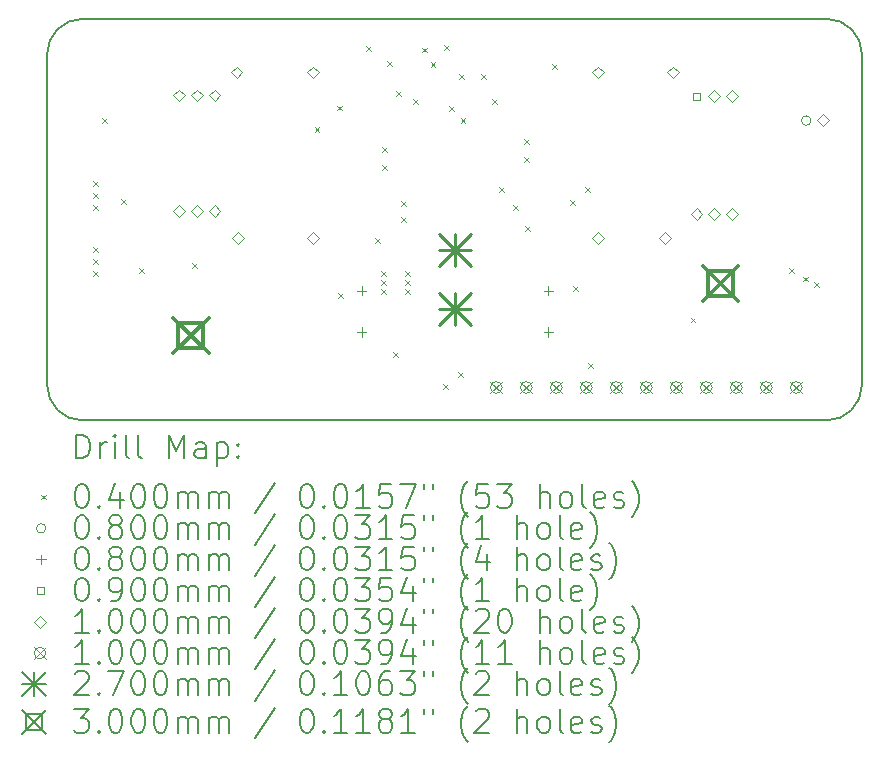
<source format=gbr>
%FSLAX45Y45*%
G04 Gerber Fmt 4.5, Leading zero omitted, Abs format (unit mm)*
G04 Created by KiCad (PCBNEW (6.0.0-0)) date 2022-03-22 21:28:28*
%MOMM*%
%LPD*%
G01*
G04 APERTURE LIST*
%TA.AperFunction,Profile*%
%ADD10C,0.200000*%
%TD*%
%ADD11C,0.200000*%
%ADD12C,0.040000*%
%ADD13C,0.080000*%
%ADD14C,0.090000*%
%ADD15C,0.100000*%
%ADD16C,0.270000*%
%ADD17C,0.300000*%
G04 APERTURE END LIST*
D10*
X19598640Y-9598200D02*
X19598640Y-12398200D01*
X12698640Y-12398200D02*
X12698640Y-9598200D01*
X12998640Y-9298200D02*
X19298640Y-9298200D01*
X19598640Y-9598200D02*
G75*
G03*
X19298640Y-9298200I-300000J0D01*
G01*
X12998640Y-9298200D02*
G75*
G03*
X12698640Y-9598200I0J-300000D01*
G01*
X19298640Y-12698200D02*
G75*
G03*
X19598640Y-12398200I0J300000D01*
G01*
X12698640Y-12398200D02*
G75*
G03*
X12998640Y-12698200I300000J0D01*
G01*
X19298640Y-12698200D02*
X12998640Y-12698200D01*
D11*
D12*
X13086400Y-10673400D02*
X13126400Y-10713400D01*
X13126400Y-10673400D02*
X13086400Y-10713400D01*
X13086400Y-10775000D02*
X13126400Y-10815000D01*
X13126400Y-10775000D02*
X13086400Y-10815000D01*
X13086400Y-10876600D02*
X13126400Y-10916600D01*
X13126400Y-10876600D02*
X13086400Y-10916600D01*
X13086400Y-11232200D02*
X13126400Y-11272200D01*
X13126400Y-11232200D02*
X13086400Y-11272200D01*
X13086400Y-11333800D02*
X13126400Y-11373800D01*
X13126400Y-11333800D02*
X13086400Y-11373800D01*
X13086400Y-11435400D02*
X13126400Y-11475400D01*
X13126400Y-11435400D02*
X13086400Y-11475400D01*
X13162600Y-10140000D02*
X13202600Y-10180000D01*
X13202600Y-10140000D02*
X13162600Y-10180000D01*
X13326800Y-10825800D02*
X13366800Y-10865800D01*
X13366800Y-10825800D02*
X13326800Y-10865800D01*
X13479200Y-11410000D02*
X13519200Y-11450000D01*
X13519200Y-11410000D02*
X13479200Y-11450000D01*
X13927682Y-11366320D02*
X13967682Y-11406320D01*
X13967682Y-11366320D02*
X13927682Y-11406320D01*
X14964552Y-10217648D02*
X15004552Y-10257648D01*
X15004552Y-10217648D02*
X14964552Y-10257648D01*
X15155600Y-10032640D02*
X15195600Y-10072640D01*
X15195600Y-10032640D02*
X15155600Y-10072640D01*
X15161600Y-11620000D02*
X15201600Y-11660000D01*
X15201600Y-11620000D02*
X15161600Y-11660000D01*
X15397800Y-9530400D02*
X15437800Y-9570400D01*
X15437800Y-9530400D02*
X15397800Y-9570400D01*
X15474000Y-11156000D02*
X15514000Y-11196000D01*
X15514000Y-11156000D02*
X15474000Y-11196000D01*
X15524800Y-11435400D02*
X15564800Y-11475400D01*
X15564800Y-11435400D02*
X15524800Y-11475400D01*
X15524800Y-11511600D02*
X15564800Y-11551600D01*
X15564800Y-11511600D02*
X15524800Y-11551600D01*
X15524800Y-11587800D02*
X15564800Y-11627800D01*
X15564800Y-11587800D02*
X15524800Y-11627800D01*
X15534336Y-10535024D02*
X15574336Y-10575024D01*
X15574336Y-10535024D02*
X15534336Y-10575024D01*
X15536176Y-10382624D02*
X15576176Y-10422624D01*
X15576176Y-10382624D02*
X15536176Y-10422624D01*
X15575600Y-9657400D02*
X15615600Y-9697400D01*
X15615600Y-9657400D02*
X15575600Y-9697400D01*
X15626400Y-12121200D02*
X15666400Y-12161200D01*
X15666400Y-12121200D02*
X15626400Y-12161200D01*
X15651800Y-9911400D02*
X15691800Y-9951400D01*
X15691800Y-9911400D02*
X15651800Y-9951400D01*
X15695600Y-10979000D02*
X15735600Y-11019000D01*
X15735600Y-10979000D02*
X15695600Y-11019000D01*
X15696600Y-10840000D02*
X15736600Y-10880000D01*
X15736600Y-10840000D02*
X15696600Y-10880000D01*
X15728000Y-11435400D02*
X15768000Y-11475400D01*
X15768000Y-11435400D02*
X15728000Y-11475400D01*
X15728000Y-11511600D02*
X15768000Y-11551600D01*
X15768000Y-11511600D02*
X15728000Y-11551600D01*
X15728000Y-11587800D02*
X15768000Y-11627800D01*
X15768000Y-11587800D02*
X15728000Y-11627800D01*
X15796600Y-9980000D02*
X15836600Y-10020000D01*
X15836600Y-9980000D02*
X15796600Y-10020000D01*
X15875491Y-9543569D02*
X15915491Y-9583569D01*
X15915491Y-9543569D02*
X15875491Y-9583569D01*
X15946440Y-9662480D02*
X15986440Y-9702480D01*
X15986440Y-9662480D02*
X15946440Y-9702480D01*
X16055000Y-12390000D02*
X16095000Y-12430000D01*
X16095000Y-12390000D02*
X16055000Y-12430000D01*
X16058200Y-9519999D02*
X16098200Y-9559999D01*
X16098200Y-9519999D02*
X16058200Y-9559999D01*
X16106030Y-10036290D02*
X16146030Y-10076290D01*
X16146030Y-10036290D02*
X16106030Y-10076290D01*
X16180000Y-12292450D02*
X16220000Y-12332450D01*
X16220000Y-12292450D02*
X16180000Y-12332450D01*
X16184729Y-9767355D02*
X16224729Y-9807355D01*
X16224729Y-9767355D02*
X16184729Y-9807355D01*
X16200440Y-10140000D02*
X16240440Y-10180000D01*
X16240440Y-10140000D02*
X16200440Y-10180000D01*
X16372100Y-9767500D02*
X16412100Y-9807500D01*
X16412100Y-9767500D02*
X16372100Y-9807500D01*
X16469000Y-9980000D02*
X16509000Y-10020000D01*
X16509000Y-9980000D02*
X16469000Y-10020000D01*
X16527550Y-10724200D02*
X16567550Y-10764200D01*
X16567550Y-10724200D02*
X16527550Y-10764200D01*
X16642400Y-10876600D02*
X16682400Y-10916600D01*
X16682400Y-10876600D02*
X16642400Y-10916600D01*
X16737724Y-10471524D02*
X16777724Y-10511524D01*
X16777724Y-10471524D02*
X16737724Y-10511524D01*
X16740060Y-10319124D02*
X16780060Y-10359124D01*
X16780060Y-10319124D02*
X16740060Y-10359124D01*
X16744000Y-11054400D02*
X16784000Y-11094400D01*
X16784000Y-11054400D02*
X16744000Y-11094400D01*
X16972600Y-9682800D02*
X17012600Y-9722800D01*
X17012600Y-9682800D02*
X16972600Y-9722800D01*
X17129060Y-10832640D02*
X17169060Y-10872640D01*
X17169060Y-10832640D02*
X17129060Y-10872640D01*
X17150400Y-11562400D02*
X17190400Y-11602400D01*
X17190400Y-11562400D02*
X17150400Y-11602400D01*
X17252000Y-10724200D02*
X17292000Y-10764200D01*
X17292000Y-10724200D02*
X17252000Y-10764200D01*
X17280000Y-12212500D02*
X17320000Y-12252500D01*
X17320000Y-12212500D02*
X17280000Y-12252500D01*
X18148440Y-11828600D02*
X18188440Y-11868600D01*
X18188440Y-11828600D02*
X18148440Y-11868600D01*
X18979200Y-11408550D02*
X19019200Y-11448550D01*
X19019200Y-11408550D02*
X18979200Y-11448550D01*
X19100000Y-11481000D02*
X19140000Y-11521000D01*
X19140000Y-11481000D02*
X19100000Y-11521000D01*
X19194000Y-11528000D02*
X19234000Y-11568000D01*
X19234000Y-11528000D02*
X19194000Y-11568000D01*
D13*
X19166200Y-10160000D02*
G75*
G03*
X19166200Y-10160000I-40000J0D01*
G01*
X15361040Y-11560865D02*
X15361040Y-11640865D01*
X15321040Y-11600865D02*
X15401040Y-11600865D01*
X15361040Y-11910865D02*
X15361040Y-11990865D01*
X15321040Y-11950865D02*
X15401040Y-11950865D01*
X16943198Y-11560865D02*
X16943198Y-11640865D01*
X16903198Y-11600865D02*
X16983198Y-11600865D01*
X16943198Y-11910865D02*
X16943198Y-11990865D01*
X16903198Y-11950865D02*
X16983198Y-11950865D01*
D14*
X18229320Y-9986820D02*
X18229320Y-9923180D01*
X18165680Y-9923180D01*
X18165680Y-9986820D01*
X18229320Y-9986820D01*
D15*
X13816600Y-9997500D02*
X13866600Y-9947500D01*
X13816600Y-9897500D01*
X13766600Y-9947500D01*
X13816600Y-9997500D01*
X13816600Y-10975480D02*
X13866600Y-10925480D01*
X13816600Y-10875480D01*
X13766600Y-10925480D01*
X13816600Y-10975480D01*
X13966600Y-9997500D02*
X14016600Y-9947500D01*
X13966600Y-9897500D01*
X13916600Y-9947500D01*
X13966600Y-9997500D01*
X13966600Y-10975480D02*
X14016600Y-10925480D01*
X13966600Y-10875480D01*
X13916600Y-10925480D01*
X13966600Y-10975480D01*
X14116600Y-9997500D02*
X14166600Y-9947500D01*
X14116600Y-9897500D01*
X14066600Y-9947500D01*
X14116600Y-9997500D01*
X14116600Y-10975480D02*
X14166600Y-10925480D01*
X14116600Y-10875480D01*
X14066600Y-10925480D01*
X14116600Y-10975480D01*
X14303130Y-9802894D02*
X14353130Y-9752894D01*
X14303130Y-9702894D01*
X14253130Y-9752894D01*
X14303130Y-9802894D01*
X14313083Y-11202640D02*
X14363083Y-11152640D01*
X14313083Y-11102640D01*
X14263083Y-11152640D01*
X14313083Y-11202640D01*
X14948800Y-9802384D02*
X14998800Y-9752384D01*
X14948800Y-9702384D01*
X14898800Y-9752384D01*
X14948800Y-9802384D01*
X14948800Y-11204463D02*
X14998800Y-11154464D01*
X14948800Y-11104464D01*
X14898800Y-11154464D01*
X14948800Y-11204463D01*
X17363260Y-9802640D02*
X17413260Y-9752640D01*
X17363260Y-9702640D01*
X17313260Y-9752640D01*
X17363260Y-9802640D01*
X17363260Y-11204463D02*
X17413260Y-11154464D01*
X17363260Y-11104464D01*
X17313260Y-11154464D01*
X17363260Y-11204463D01*
X17932400Y-11202640D02*
X17982400Y-11152640D01*
X17932400Y-11102640D01*
X17882400Y-11152640D01*
X17932400Y-11202640D01*
X17998004Y-9802640D02*
X18048004Y-9752640D01*
X17998004Y-9702640D01*
X17948004Y-9752640D01*
X17998004Y-9802640D01*
X18197500Y-11002500D02*
X18247500Y-10952500D01*
X18197500Y-10902500D01*
X18147500Y-10952500D01*
X18197500Y-11002500D01*
X18348760Y-10002640D02*
X18398760Y-9952640D01*
X18348760Y-9902640D01*
X18298760Y-9952640D01*
X18348760Y-10002640D01*
X18348760Y-11002640D02*
X18398760Y-10952640D01*
X18348760Y-10902640D01*
X18298760Y-10952640D01*
X18348760Y-11002640D01*
X18500000Y-10002500D02*
X18550000Y-9952500D01*
X18500000Y-9902500D01*
X18450000Y-9952500D01*
X18500000Y-10002500D01*
X18500000Y-11002500D02*
X18550000Y-10952500D01*
X18500000Y-10902500D01*
X18450000Y-10952500D01*
X18500000Y-11002500D01*
X19266200Y-10207000D02*
X19316200Y-10157000D01*
X19266200Y-10107000D01*
X19216200Y-10157000D01*
X19266200Y-10207000D01*
X16452500Y-12370000D02*
X16552500Y-12470000D01*
X16552500Y-12370000D02*
X16452500Y-12470000D01*
X16552500Y-12420000D02*
G75*
G03*
X16552500Y-12420000I-50000J0D01*
G01*
X16706500Y-12370000D02*
X16806500Y-12470000D01*
X16806500Y-12370000D02*
X16706500Y-12470000D01*
X16806500Y-12420000D02*
G75*
G03*
X16806500Y-12420000I-50000J0D01*
G01*
X16960500Y-12370000D02*
X17060500Y-12470000D01*
X17060500Y-12370000D02*
X16960500Y-12470000D01*
X17060500Y-12420000D02*
G75*
G03*
X17060500Y-12420000I-50000J0D01*
G01*
X17214500Y-12370000D02*
X17314500Y-12470000D01*
X17314500Y-12370000D02*
X17214500Y-12470000D01*
X17314500Y-12420000D02*
G75*
G03*
X17314500Y-12420000I-50000J0D01*
G01*
X17468500Y-12370000D02*
X17568500Y-12470000D01*
X17568500Y-12370000D02*
X17468500Y-12470000D01*
X17568500Y-12420000D02*
G75*
G03*
X17568500Y-12420000I-50000J0D01*
G01*
X17722500Y-12370000D02*
X17822500Y-12470000D01*
X17822500Y-12370000D02*
X17722500Y-12470000D01*
X17822500Y-12420000D02*
G75*
G03*
X17822500Y-12420000I-50000J0D01*
G01*
X17976500Y-12370000D02*
X18076500Y-12470000D01*
X18076500Y-12370000D02*
X17976500Y-12470000D01*
X18076500Y-12420000D02*
G75*
G03*
X18076500Y-12420000I-50000J0D01*
G01*
X18230500Y-12370000D02*
X18330500Y-12470000D01*
X18330500Y-12370000D02*
X18230500Y-12470000D01*
X18330500Y-12420000D02*
G75*
G03*
X18330500Y-12420000I-50000J0D01*
G01*
X18484500Y-12370000D02*
X18584500Y-12470000D01*
X18584500Y-12370000D02*
X18484500Y-12470000D01*
X18584500Y-12420000D02*
G75*
G03*
X18584500Y-12420000I-50000J0D01*
G01*
X18738500Y-12370000D02*
X18838500Y-12470000D01*
X18838500Y-12370000D02*
X18738500Y-12470000D01*
X18838500Y-12420000D02*
G75*
G03*
X18838500Y-12420000I-50000J0D01*
G01*
X18992500Y-12370000D02*
X19092500Y-12470000D01*
X19092500Y-12370000D02*
X18992500Y-12470000D01*
X19092500Y-12420000D02*
G75*
G03*
X19092500Y-12420000I-50000J0D01*
G01*
D16*
X16019400Y-11121200D02*
X16289400Y-11391200D01*
X16289400Y-11121200D02*
X16019400Y-11391200D01*
X16154400Y-11121200D02*
X16154400Y-11391200D01*
X16019400Y-11256200D02*
X16289400Y-11256200D01*
X16019400Y-11621200D02*
X16289400Y-11891200D01*
X16289400Y-11621200D02*
X16019400Y-11891200D01*
X16154400Y-11621200D02*
X16154400Y-11891200D01*
X16019400Y-11756200D02*
X16289400Y-11756200D01*
D17*
X13766600Y-11830000D02*
X14066600Y-12130000D01*
X14066600Y-11830000D02*
X13766600Y-12130000D01*
X14022667Y-12086067D02*
X14022667Y-11873933D01*
X13810533Y-11873933D01*
X13810533Y-12086067D01*
X14022667Y-12086067D01*
X18249000Y-11387723D02*
X18549000Y-11687723D01*
X18549000Y-11387723D02*
X18249000Y-11687723D01*
X18505067Y-11643790D02*
X18505067Y-11431656D01*
X18292933Y-11431656D01*
X18292933Y-11643790D01*
X18505067Y-11643790D01*
D11*
X12946259Y-13018676D02*
X12946259Y-12818676D01*
X12993878Y-12818676D01*
X13022449Y-12828200D01*
X13041497Y-12847248D01*
X13051021Y-12866295D01*
X13060545Y-12904390D01*
X13060545Y-12932962D01*
X13051021Y-12971057D01*
X13041497Y-12990105D01*
X13022449Y-13009152D01*
X12993878Y-13018676D01*
X12946259Y-13018676D01*
X13146259Y-13018676D02*
X13146259Y-12885343D01*
X13146259Y-12923438D02*
X13155783Y-12904390D01*
X13165307Y-12894867D01*
X13184354Y-12885343D01*
X13203402Y-12885343D01*
X13270068Y-13018676D02*
X13270068Y-12885343D01*
X13270068Y-12818676D02*
X13260545Y-12828200D01*
X13270068Y-12837724D01*
X13279592Y-12828200D01*
X13270068Y-12818676D01*
X13270068Y-12837724D01*
X13393878Y-13018676D02*
X13374830Y-13009152D01*
X13365307Y-12990105D01*
X13365307Y-12818676D01*
X13498640Y-13018676D02*
X13479592Y-13009152D01*
X13470068Y-12990105D01*
X13470068Y-12818676D01*
X13727211Y-13018676D02*
X13727211Y-12818676D01*
X13793878Y-12961533D01*
X13860545Y-12818676D01*
X13860545Y-13018676D01*
X14041497Y-13018676D02*
X14041497Y-12913914D01*
X14031973Y-12894867D01*
X14012926Y-12885343D01*
X13974830Y-12885343D01*
X13955783Y-12894867D01*
X14041497Y-13009152D02*
X14022449Y-13018676D01*
X13974830Y-13018676D01*
X13955783Y-13009152D01*
X13946259Y-12990105D01*
X13946259Y-12971057D01*
X13955783Y-12952009D01*
X13974830Y-12942486D01*
X14022449Y-12942486D01*
X14041497Y-12932962D01*
X14136735Y-12885343D02*
X14136735Y-13085343D01*
X14136735Y-12894867D02*
X14155783Y-12885343D01*
X14193878Y-12885343D01*
X14212926Y-12894867D01*
X14222449Y-12904390D01*
X14231973Y-12923438D01*
X14231973Y-12980581D01*
X14222449Y-12999628D01*
X14212926Y-13009152D01*
X14193878Y-13018676D01*
X14155783Y-13018676D01*
X14136735Y-13009152D01*
X14317688Y-12999628D02*
X14327211Y-13009152D01*
X14317688Y-13018676D01*
X14308164Y-13009152D01*
X14317688Y-12999628D01*
X14317688Y-13018676D01*
X14317688Y-12894867D02*
X14327211Y-12904390D01*
X14317688Y-12913914D01*
X14308164Y-12904390D01*
X14317688Y-12894867D01*
X14317688Y-12913914D01*
D12*
X12648640Y-13328200D02*
X12688640Y-13368200D01*
X12688640Y-13328200D02*
X12648640Y-13368200D01*
D11*
X12984354Y-13238676D02*
X13003402Y-13238676D01*
X13022449Y-13248200D01*
X13031973Y-13257724D01*
X13041497Y-13276771D01*
X13051021Y-13314867D01*
X13051021Y-13362486D01*
X13041497Y-13400581D01*
X13031973Y-13419628D01*
X13022449Y-13429152D01*
X13003402Y-13438676D01*
X12984354Y-13438676D01*
X12965307Y-13429152D01*
X12955783Y-13419628D01*
X12946259Y-13400581D01*
X12936735Y-13362486D01*
X12936735Y-13314867D01*
X12946259Y-13276771D01*
X12955783Y-13257724D01*
X12965307Y-13248200D01*
X12984354Y-13238676D01*
X13136735Y-13419628D02*
X13146259Y-13429152D01*
X13136735Y-13438676D01*
X13127211Y-13429152D01*
X13136735Y-13419628D01*
X13136735Y-13438676D01*
X13317688Y-13305343D02*
X13317688Y-13438676D01*
X13270068Y-13229152D02*
X13222449Y-13372009D01*
X13346259Y-13372009D01*
X13460545Y-13238676D02*
X13479592Y-13238676D01*
X13498640Y-13248200D01*
X13508164Y-13257724D01*
X13517688Y-13276771D01*
X13527211Y-13314867D01*
X13527211Y-13362486D01*
X13517688Y-13400581D01*
X13508164Y-13419628D01*
X13498640Y-13429152D01*
X13479592Y-13438676D01*
X13460545Y-13438676D01*
X13441497Y-13429152D01*
X13431973Y-13419628D01*
X13422449Y-13400581D01*
X13412926Y-13362486D01*
X13412926Y-13314867D01*
X13422449Y-13276771D01*
X13431973Y-13257724D01*
X13441497Y-13248200D01*
X13460545Y-13238676D01*
X13651021Y-13238676D02*
X13670068Y-13238676D01*
X13689116Y-13248200D01*
X13698640Y-13257724D01*
X13708164Y-13276771D01*
X13717688Y-13314867D01*
X13717688Y-13362486D01*
X13708164Y-13400581D01*
X13698640Y-13419628D01*
X13689116Y-13429152D01*
X13670068Y-13438676D01*
X13651021Y-13438676D01*
X13631973Y-13429152D01*
X13622449Y-13419628D01*
X13612926Y-13400581D01*
X13603402Y-13362486D01*
X13603402Y-13314867D01*
X13612926Y-13276771D01*
X13622449Y-13257724D01*
X13631973Y-13248200D01*
X13651021Y-13238676D01*
X13803402Y-13438676D02*
X13803402Y-13305343D01*
X13803402Y-13324390D02*
X13812926Y-13314867D01*
X13831973Y-13305343D01*
X13860545Y-13305343D01*
X13879592Y-13314867D01*
X13889116Y-13333914D01*
X13889116Y-13438676D01*
X13889116Y-13333914D02*
X13898640Y-13314867D01*
X13917688Y-13305343D01*
X13946259Y-13305343D01*
X13965307Y-13314867D01*
X13974830Y-13333914D01*
X13974830Y-13438676D01*
X14070068Y-13438676D02*
X14070068Y-13305343D01*
X14070068Y-13324390D02*
X14079592Y-13314867D01*
X14098640Y-13305343D01*
X14127211Y-13305343D01*
X14146259Y-13314867D01*
X14155783Y-13333914D01*
X14155783Y-13438676D01*
X14155783Y-13333914D02*
X14165307Y-13314867D01*
X14184354Y-13305343D01*
X14212926Y-13305343D01*
X14231973Y-13314867D01*
X14241497Y-13333914D01*
X14241497Y-13438676D01*
X14631973Y-13229152D02*
X14460545Y-13486295D01*
X14889116Y-13238676D02*
X14908164Y-13238676D01*
X14927211Y-13248200D01*
X14936735Y-13257724D01*
X14946259Y-13276771D01*
X14955783Y-13314867D01*
X14955783Y-13362486D01*
X14946259Y-13400581D01*
X14936735Y-13419628D01*
X14927211Y-13429152D01*
X14908164Y-13438676D01*
X14889116Y-13438676D01*
X14870068Y-13429152D01*
X14860545Y-13419628D01*
X14851021Y-13400581D01*
X14841497Y-13362486D01*
X14841497Y-13314867D01*
X14851021Y-13276771D01*
X14860545Y-13257724D01*
X14870068Y-13248200D01*
X14889116Y-13238676D01*
X15041497Y-13419628D02*
X15051021Y-13429152D01*
X15041497Y-13438676D01*
X15031973Y-13429152D01*
X15041497Y-13419628D01*
X15041497Y-13438676D01*
X15174830Y-13238676D02*
X15193878Y-13238676D01*
X15212926Y-13248200D01*
X15222449Y-13257724D01*
X15231973Y-13276771D01*
X15241497Y-13314867D01*
X15241497Y-13362486D01*
X15231973Y-13400581D01*
X15222449Y-13419628D01*
X15212926Y-13429152D01*
X15193878Y-13438676D01*
X15174830Y-13438676D01*
X15155783Y-13429152D01*
X15146259Y-13419628D01*
X15136735Y-13400581D01*
X15127211Y-13362486D01*
X15127211Y-13314867D01*
X15136735Y-13276771D01*
X15146259Y-13257724D01*
X15155783Y-13248200D01*
X15174830Y-13238676D01*
X15431973Y-13438676D02*
X15317688Y-13438676D01*
X15374830Y-13438676D02*
X15374830Y-13238676D01*
X15355783Y-13267248D01*
X15336735Y-13286295D01*
X15317688Y-13295819D01*
X15612926Y-13238676D02*
X15517688Y-13238676D01*
X15508164Y-13333914D01*
X15517688Y-13324390D01*
X15536735Y-13314867D01*
X15584354Y-13314867D01*
X15603402Y-13324390D01*
X15612926Y-13333914D01*
X15622449Y-13352962D01*
X15622449Y-13400581D01*
X15612926Y-13419628D01*
X15603402Y-13429152D01*
X15584354Y-13438676D01*
X15536735Y-13438676D01*
X15517688Y-13429152D01*
X15508164Y-13419628D01*
X15689116Y-13238676D02*
X15822449Y-13238676D01*
X15736735Y-13438676D01*
X15889116Y-13238676D02*
X15889116Y-13276771D01*
X15965307Y-13238676D02*
X15965307Y-13276771D01*
X16260545Y-13514867D02*
X16251021Y-13505343D01*
X16231973Y-13476771D01*
X16222449Y-13457724D01*
X16212926Y-13429152D01*
X16203402Y-13381533D01*
X16203402Y-13343438D01*
X16212926Y-13295819D01*
X16222449Y-13267248D01*
X16231973Y-13248200D01*
X16251021Y-13219628D01*
X16260545Y-13210105D01*
X16431973Y-13238676D02*
X16336735Y-13238676D01*
X16327211Y-13333914D01*
X16336735Y-13324390D01*
X16355783Y-13314867D01*
X16403402Y-13314867D01*
X16422449Y-13324390D01*
X16431973Y-13333914D01*
X16441497Y-13352962D01*
X16441497Y-13400581D01*
X16431973Y-13419628D01*
X16422449Y-13429152D01*
X16403402Y-13438676D01*
X16355783Y-13438676D01*
X16336735Y-13429152D01*
X16327211Y-13419628D01*
X16508164Y-13238676D02*
X16631973Y-13238676D01*
X16565307Y-13314867D01*
X16593878Y-13314867D01*
X16612926Y-13324390D01*
X16622449Y-13333914D01*
X16631973Y-13352962D01*
X16631973Y-13400581D01*
X16622449Y-13419628D01*
X16612926Y-13429152D01*
X16593878Y-13438676D01*
X16536735Y-13438676D01*
X16517688Y-13429152D01*
X16508164Y-13419628D01*
X16870069Y-13438676D02*
X16870069Y-13238676D01*
X16955783Y-13438676D02*
X16955783Y-13333914D01*
X16946259Y-13314867D01*
X16927211Y-13305343D01*
X16898640Y-13305343D01*
X16879592Y-13314867D01*
X16870069Y-13324390D01*
X17079592Y-13438676D02*
X17060545Y-13429152D01*
X17051021Y-13419628D01*
X17041497Y-13400581D01*
X17041497Y-13343438D01*
X17051021Y-13324390D01*
X17060545Y-13314867D01*
X17079592Y-13305343D01*
X17108164Y-13305343D01*
X17127211Y-13314867D01*
X17136735Y-13324390D01*
X17146259Y-13343438D01*
X17146259Y-13400581D01*
X17136735Y-13419628D01*
X17127211Y-13429152D01*
X17108164Y-13438676D01*
X17079592Y-13438676D01*
X17260545Y-13438676D02*
X17241497Y-13429152D01*
X17231973Y-13410105D01*
X17231973Y-13238676D01*
X17412926Y-13429152D02*
X17393878Y-13438676D01*
X17355783Y-13438676D01*
X17336735Y-13429152D01*
X17327211Y-13410105D01*
X17327211Y-13333914D01*
X17336735Y-13314867D01*
X17355783Y-13305343D01*
X17393878Y-13305343D01*
X17412926Y-13314867D01*
X17422450Y-13333914D01*
X17422450Y-13352962D01*
X17327211Y-13372009D01*
X17498640Y-13429152D02*
X17517688Y-13438676D01*
X17555783Y-13438676D01*
X17574830Y-13429152D01*
X17584354Y-13410105D01*
X17584354Y-13400581D01*
X17574830Y-13381533D01*
X17555783Y-13372009D01*
X17527211Y-13372009D01*
X17508164Y-13362486D01*
X17498640Y-13343438D01*
X17498640Y-13333914D01*
X17508164Y-13314867D01*
X17527211Y-13305343D01*
X17555783Y-13305343D01*
X17574830Y-13314867D01*
X17651021Y-13514867D02*
X17660545Y-13505343D01*
X17679592Y-13476771D01*
X17689116Y-13457724D01*
X17698640Y-13429152D01*
X17708164Y-13381533D01*
X17708164Y-13343438D01*
X17698640Y-13295819D01*
X17689116Y-13267248D01*
X17679592Y-13248200D01*
X17660545Y-13219628D01*
X17651021Y-13210105D01*
D13*
X12688640Y-13612200D02*
G75*
G03*
X12688640Y-13612200I-40000J0D01*
G01*
D11*
X12984354Y-13502676D02*
X13003402Y-13502676D01*
X13022449Y-13512200D01*
X13031973Y-13521724D01*
X13041497Y-13540771D01*
X13051021Y-13578867D01*
X13051021Y-13626486D01*
X13041497Y-13664581D01*
X13031973Y-13683628D01*
X13022449Y-13693152D01*
X13003402Y-13702676D01*
X12984354Y-13702676D01*
X12965307Y-13693152D01*
X12955783Y-13683628D01*
X12946259Y-13664581D01*
X12936735Y-13626486D01*
X12936735Y-13578867D01*
X12946259Y-13540771D01*
X12955783Y-13521724D01*
X12965307Y-13512200D01*
X12984354Y-13502676D01*
X13136735Y-13683628D02*
X13146259Y-13693152D01*
X13136735Y-13702676D01*
X13127211Y-13693152D01*
X13136735Y-13683628D01*
X13136735Y-13702676D01*
X13260545Y-13588390D02*
X13241497Y-13578867D01*
X13231973Y-13569343D01*
X13222449Y-13550295D01*
X13222449Y-13540771D01*
X13231973Y-13521724D01*
X13241497Y-13512200D01*
X13260545Y-13502676D01*
X13298640Y-13502676D01*
X13317688Y-13512200D01*
X13327211Y-13521724D01*
X13336735Y-13540771D01*
X13336735Y-13550295D01*
X13327211Y-13569343D01*
X13317688Y-13578867D01*
X13298640Y-13588390D01*
X13260545Y-13588390D01*
X13241497Y-13597914D01*
X13231973Y-13607438D01*
X13222449Y-13626486D01*
X13222449Y-13664581D01*
X13231973Y-13683628D01*
X13241497Y-13693152D01*
X13260545Y-13702676D01*
X13298640Y-13702676D01*
X13317688Y-13693152D01*
X13327211Y-13683628D01*
X13336735Y-13664581D01*
X13336735Y-13626486D01*
X13327211Y-13607438D01*
X13317688Y-13597914D01*
X13298640Y-13588390D01*
X13460545Y-13502676D02*
X13479592Y-13502676D01*
X13498640Y-13512200D01*
X13508164Y-13521724D01*
X13517688Y-13540771D01*
X13527211Y-13578867D01*
X13527211Y-13626486D01*
X13517688Y-13664581D01*
X13508164Y-13683628D01*
X13498640Y-13693152D01*
X13479592Y-13702676D01*
X13460545Y-13702676D01*
X13441497Y-13693152D01*
X13431973Y-13683628D01*
X13422449Y-13664581D01*
X13412926Y-13626486D01*
X13412926Y-13578867D01*
X13422449Y-13540771D01*
X13431973Y-13521724D01*
X13441497Y-13512200D01*
X13460545Y-13502676D01*
X13651021Y-13502676D02*
X13670068Y-13502676D01*
X13689116Y-13512200D01*
X13698640Y-13521724D01*
X13708164Y-13540771D01*
X13717688Y-13578867D01*
X13717688Y-13626486D01*
X13708164Y-13664581D01*
X13698640Y-13683628D01*
X13689116Y-13693152D01*
X13670068Y-13702676D01*
X13651021Y-13702676D01*
X13631973Y-13693152D01*
X13622449Y-13683628D01*
X13612926Y-13664581D01*
X13603402Y-13626486D01*
X13603402Y-13578867D01*
X13612926Y-13540771D01*
X13622449Y-13521724D01*
X13631973Y-13512200D01*
X13651021Y-13502676D01*
X13803402Y-13702676D02*
X13803402Y-13569343D01*
X13803402Y-13588390D02*
X13812926Y-13578867D01*
X13831973Y-13569343D01*
X13860545Y-13569343D01*
X13879592Y-13578867D01*
X13889116Y-13597914D01*
X13889116Y-13702676D01*
X13889116Y-13597914D02*
X13898640Y-13578867D01*
X13917688Y-13569343D01*
X13946259Y-13569343D01*
X13965307Y-13578867D01*
X13974830Y-13597914D01*
X13974830Y-13702676D01*
X14070068Y-13702676D02*
X14070068Y-13569343D01*
X14070068Y-13588390D02*
X14079592Y-13578867D01*
X14098640Y-13569343D01*
X14127211Y-13569343D01*
X14146259Y-13578867D01*
X14155783Y-13597914D01*
X14155783Y-13702676D01*
X14155783Y-13597914D02*
X14165307Y-13578867D01*
X14184354Y-13569343D01*
X14212926Y-13569343D01*
X14231973Y-13578867D01*
X14241497Y-13597914D01*
X14241497Y-13702676D01*
X14631973Y-13493152D02*
X14460545Y-13750295D01*
X14889116Y-13502676D02*
X14908164Y-13502676D01*
X14927211Y-13512200D01*
X14936735Y-13521724D01*
X14946259Y-13540771D01*
X14955783Y-13578867D01*
X14955783Y-13626486D01*
X14946259Y-13664581D01*
X14936735Y-13683628D01*
X14927211Y-13693152D01*
X14908164Y-13702676D01*
X14889116Y-13702676D01*
X14870068Y-13693152D01*
X14860545Y-13683628D01*
X14851021Y-13664581D01*
X14841497Y-13626486D01*
X14841497Y-13578867D01*
X14851021Y-13540771D01*
X14860545Y-13521724D01*
X14870068Y-13512200D01*
X14889116Y-13502676D01*
X15041497Y-13683628D02*
X15051021Y-13693152D01*
X15041497Y-13702676D01*
X15031973Y-13693152D01*
X15041497Y-13683628D01*
X15041497Y-13702676D01*
X15174830Y-13502676D02*
X15193878Y-13502676D01*
X15212926Y-13512200D01*
X15222449Y-13521724D01*
X15231973Y-13540771D01*
X15241497Y-13578867D01*
X15241497Y-13626486D01*
X15231973Y-13664581D01*
X15222449Y-13683628D01*
X15212926Y-13693152D01*
X15193878Y-13702676D01*
X15174830Y-13702676D01*
X15155783Y-13693152D01*
X15146259Y-13683628D01*
X15136735Y-13664581D01*
X15127211Y-13626486D01*
X15127211Y-13578867D01*
X15136735Y-13540771D01*
X15146259Y-13521724D01*
X15155783Y-13512200D01*
X15174830Y-13502676D01*
X15308164Y-13502676D02*
X15431973Y-13502676D01*
X15365307Y-13578867D01*
X15393878Y-13578867D01*
X15412926Y-13588390D01*
X15422449Y-13597914D01*
X15431973Y-13616962D01*
X15431973Y-13664581D01*
X15422449Y-13683628D01*
X15412926Y-13693152D01*
X15393878Y-13702676D01*
X15336735Y-13702676D01*
X15317688Y-13693152D01*
X15308164Y-13683628D01*
X15622449Y-13702676D02*
X15508164Y-13702676D01*
X15565307Y-13702676D02*
X15565307Y-13502676D01*
X15546259Y-13531248D01*
X15527211Y-13550295D01*
X15508164Y-13559819D01*
X15803402Y-13502676D02*
X15708164Y-13502676D01*
X15698640Y-13597914D01*
X15708164Y-13588390D01*
X15727211Y-13578867D01*
X15774830Y-13578867D01*
X15793878Y-13588390D01*
X15803402Y-13597914D01*
X15812926Y-13616962D01*
X15812926Y-13664581D01*
X15803402Y-13683628D01*
X15793878Y-13693152D01*
X15774830Y-13702676D01*
X15727211Y-13702676D01*
X15708164Y-13693152D01*
X15698640Y-13683628D01*
X15889116Y-13502676D02*
X15889116Y-13540771D01*
X15965307Y-13502676D02*
X15965307Y-13540771D01*
X16260545Y-13778867D02*
X16251021Y-13769343D01*
X16231973Y-13740771D01*
X16222449Y-13721724D01*
X16212926Y-13693152D01*
X16203402Y-13645533D01*
X16203402Y-13607438D01*
X16212926Y-13559819D01*
X16222449Y-13531248D01*
X16231973Y-13512200D01*
X16251021Y-13483628D01*
X16260545Y-13474105D01*
X16441497Y-13702676D02*
X16327211Y-13702676D01*
X16384354Y-13702676D02*
X16384354Y-13502676D01*
X16365307Y-13531248D01*
X16346259Y-13550295D01*
X16327211Y-13559819D01*
X16679592Y-13702676D02*
X16679592Y-13502676D01*
X16765307Y-13702676D02*
X16765307Y-13597914D01*
X16755783Y-13578867D01*
X16736735Y-13569343D01*
X16708164Y-13569343D01*
X16689116Y-13578867D01*
X16679592Y-13588390D01*
X16889116Y-13702676D02*
X16870069Y-13693152D01*
X16860545Y-13683628D01*
X16851021Y-13664581D01*
X16851021Y-13607438D01*
X16860545Y-13588390D01*
X16870069Y-13578867D01*
X16889116Y-13569343D01*
X16917688Y-13569343D01*
X16936735Y-13578867D01*
X16946259Y-13588390D01*
X16955783Y-13607438D01*
X16955783Y-13664581D01*
X16946259Y-13683628D01*
X16936735Y-13693152D01*
X16917688Y-13702676D01*
X16889116Y-13702676D01*
X17070069Y-13702676D02*
X17051021Y-13693152D01*
X17041497Y-13674105D01*
X17041497Y-13502676D01*
X17222450Y-13693152D02*
X17203402Y-13702676D01*
X17165307Y-13702676D01*
X17146259Y-13693152D01*
X17136735Y-13674105D01*
X17136735Y-13597914D01*
X17146259Y-13578867D01*
X17165307Y-13569343D01*
X17203402Y-13569343D01*
X17222450Y-13578867D01*
X17231973Y-13597914D01*
X17231973Y-13616962D01*
X17136735Y-13636009D01*
X17298640Y-13778867D02*
X17308164Y-13769343D01*
X17327211Y-13740771D01*
X17336735Y-13721724D01*
X17346259Y-13693152D01*
X17355783Y-13645533D01*
X17355783Y-13607438D01*
X17346259Y-13559819D01*
X17336735Y-13531248D01*
X17327211Y-13512200D01*
X17308164Y-13483628D01*
X17298640Y-13474105D01*
D13*
X12648640Y-13836200D02*
X12648640Y-13916200D01*
X12608640Y-13876200D02*
X12688640Y-13876200D01*
D11*
X12984354Y-13766676D02*
X13003402Y-13766676D01*
X13022449Y-13776200D01*
X13031973Y-13785724D01*
X13041497Y-13804771D01*
X13051021Y-13842867D01*
X13051021Y-13890486D01*
X13041497Y-13928581D01*
X13031973Y-13947628D01*
X13022449Y-13957152D01*
X13003402Y-13966676D01*
X12984354Y-13966676D01*
X12965307Y-13957152D01*
X12955783Y-13947628D01*
X12946259Y-13928581D01*
X12936735Y-13890486D01*
X12936735Y-13842867D01*
X12946259Y-13804771D01*
X12955783Y-13785724D01*
X12965307Y-13776200D01*
X12984354Y-13766676D01*
X13136735Y-13947628D02*
X13146259Y-13957152D01*
X13136735Y-13966676D01*
X13127211Y-13957152D01*
X13136735Y-13947628D01*
X13136735Y-13966676D01*
X13260545Y-13852390D02*
X13241497Y-13842867D01*
X13231973Y-13833343D01*
X13222449Y-13814295D01*
X13222449Y-13804771D01*
X13231973Y-13785724D01*
X13241497Y-13776200D01*
X13260545Y-13766676D01*
X13298640Y-13766676D01*
X13317688Y-13776200D01*
X13327211Y-13785724D01*
X13336735Y-13804771D01*
X13336735Y-13814295D01*
X13327211Y-13833343D01*
X13317688Y-13842867D01*
X13298640Y-13852390D01*
X13260545Y-13852390D01*
X13241497Y-13861914D01*
X13231973Y-13871438D01*
X13222449Y-13890486D01*
X13222449Y-13928581D01*
X13231973Y-13947628D01*
X13241497Y-13957152D01*
X13260545Y-13966676D01*
X13298640Y-13966676D01*
X13317688Y-13957152D01*
X13327211Y-13947628D01*
X13336735Y-13928581D01*
X13336735Y-13890486D01*
X13327211Y-13871438D01*
X13317688Y-13861914D01*
X13298640Y-13852390D01*
X13460545Y-13766676D02*
X13479592Y-13766676D01*
X13498640Y-13776200D01*
X13508164Y-13785724D01*
X13517688Y-13804771D01*
X13527211Y-13842867D01*
X13527211Y-13890486D01*
X13517688Y-13928581D01*
X13508164Y-13947628D01*
X13498640Y-13957152D01*
X13479592Y-13966676D01*
X13460545Y-13966676D01*
X13441497Y-13957152D01*
X13431973Y-13947628D01*
X13422449Y-13928581D01*
X13412926Y-13890486D01*
X13412926Y-13842867D01*
X13422449Y-13804771D01*
X13431973Y-13785724D01*
X13441497Y-13776200D01*
X13460545Y-13766676D01*
X13651021Y-13766676D02*
X13670068Y-13766676D01*
X13689116Y-13776200D01*
X13698640Y-13785724D01*
X13708164Y-13804771D01*
X13717688Y-13842867D01*
X13717688Y-13890486D01*
X13708164Y-13928581D01*
X13698640Y-13947628D01*
X13689116Y-13957152D01*
X13670068Y-13966676D01*
X13651021Y-13966676D01*
X13631973Y-13957152D01*
X13622449Y-13947628D01*
X13612926Y-13928581D01*
X13603402Y-13890486D01*
X13603402Y-13842867D01*
X13612926Y-13804771D01*
X13622449Y-13785724D01*
X13631973Y-13776200D01*
X13651021Y-13766676D01*
X13803402Y-13966676D02*
X13803402Y-13833343D01*
X13803402Y-13852390D02*
X13812926Y-13842867D01*
X13831973Y-13833343D01*
X13860545Y-13833343D01*
X13879592Y-13842867D01*
X13889116Y-13861914D01*
X13889116Y-13966676D01*
X13889116Y-13861914D02*
X13898640Y-13842867D01*
X13917688Y-13833343D01*
X13946259Y-13833343D01*
X13965307Y-13842867D01*
X13974830Y-13861914D01*
X13974830Y-13966676D01*
X14070068Y-13966676D02*
X14070068Y-13833343D01*
X14070068Y-13852390D02*
X14079592Y-13842867D01*
X14098640Y-13833343D01*
X14127211Y-13833343D01*
X14146259Y-13842867D01*
X14155783Y-13861914D01*
X14155783Y-13966676D01*
X14155783Y-13861914D02*
X14165307Y-13842867D01*
X14184354Y-13833343D01*
X14212926Y-13833343D01*
X14231973Y-13842867D01*
X14241497Y-13861914D01*
X14241497Y-13966676D01*
X14631973Y-13757152D02*
X14460545Y-14014295D01*
X14889116Y-13766676D02*
X14908164Y-13766676D01*
X14927211Y-13776200D01*
X14936735Y-13785724D01*
X14946259Y-13804771D01*
X14955783Y-13842867D01*
X14955783Y-13890486D01*
X14946259Y-13928581D01*
X14936735Y-13947628D01*
X14927211Y-13957152D01*
X14908164Y-13966676D01*
X14889116Y-13966676D01*
X14870068Y-13957152D01*
X14860545Y-13947628D01*
X14851021Y-13928581D01*
X14841497Y-13890486D01*
X14841497Y-13842867D01*
X14851021Y-13804771D01*
X14860545Y-13785724D01*
X14870068Y-13776200D01*
X14889116Y-13766676D01*
X15041497Y-13947628D02*
X15051021Y-13957152D01*
X15041497Y-13966676D01*
X15031973Y-13957152D01*
X15041497Y-13947628D01*
X15041497Y-13966676D01*
X15174830Y-13766676D02*
X15193878Y-13766676D01*
X15212926Y-13776200D01*
X15222449Y-13785724D01*
X15231973Y-13804771D01*
X15241497Y-13842867D01*
X15241497Y-13890486D01*
X15231973Y-13928581D01*
X15222449Y-13947628D01*
X15212926Y-13957152D01*
X15193878Y-13966676D01*
X15174830Y-13966676D01*
X15155783Y-13957152D01*
X15146259Y-13947628D01*
X15136735Y-13928581D01*
X15127211Y-13890486D01*
X15127211Y-13842867D01*
X15136735Y-13804771D01*
X15146259Y-13785724D01*
X15155783Y-13776200D01*
X15174830Y-13766676D01*
X15308164Y-13766676D02*
X15431973Y-13766676D01*
X15365307Y-13842867D01*
X15393878Y-13842867D01*
X15412926Y-13852390D01*
X15422449Y-13861914D01*
X15431973Y-13880962D01*
X15431973Y-13928581D01*
X15422449Y-13947628D01*
X15412926Y-13957152D01*
X15393878Y-13966676D01*
X15336735Y-13966676D01*
X15317688Y-13957152D01*
X15308164Y-13947628D01*
X15622449Y-13966676D02*
X15508164Y-13966676D01*
X15565307Y-13966676D02*
X15565307Y-13766676D01*
X15546259Y-13795248D01*
X15527211Y-13814295D01*
X15508164Y-13823819D01*
X15803402Y-13766676D02*
X15708164Y-13766676D01*
X15698640Y-13861914D01*
X15708164Y-13852390D01*
X15727211Y-13842867D01*
X15774830Y-13842867D01*
X15793878Y-13852390D01*
X15803402Y-13861914D01*
X15812926Y-13880962D01*
X15812926Y-13928581D01*
X15803402Y-13947628D01*
X15793878Y-13957152D01*
X15774830Y-13966676D01*
X15727211Y-13966676D01*
X15708164Y-13957152D01*
X15698640Y-13947628D01*
X15889116Y-13766676D02*
X15889116Y-13804771D01*
X15965307Y-13766676D02*
X15965307Y-13804771D01*
X16260545Y-14042867D02*
X16251021Y-14033343D01*
X16231973Y-14004771D01*
X16222449Y-13985724D01*
X16212926Y-13957152D01*
X16203402Y-13909533D01*
X16203402Y-13871438D01*
X16212926Y-13823819D01*
X16222449Y-13795248D01*
X16231973Y-13776200D01*
X16251021Y-13747628D01*
X16260545Y-13738105D01*
X16422449Y-13833343D02*
X16422449Y-13966676D01*
X16374830Y-13757152D02*
X16327211Y-13900009D01*
X16451021Y-13900009D01*
X16679592Y-13966676D02*
X16679592Y-13766676D01*
X16765307Y-13966676D02*
X16765307Y-13861914D01*
X16755783Y-13842867D01*
X16736735Y-13833343D01*
X16708164Y-13833343D01*
X16689116Y-13842867D01*
X16679592Y-13852390D01*
X16889116Y-13966676D02*
X16870069Y-13957152D01*
X16860545Y-13947628D01*
X16851021Y-13928581D01*
X16851021Y-13871438D01*
X16860545Y-13852390D01*
X16870069Y-13842867D01*
X16889116Y-13833343D01*
X16917688Y-13833343D01*
X16936735Y-13842867D01*
X16946259Y-13852390D01*
X16955783Y-13871438D01*
X16955783Y-13928581D01*
X16946259Y-13947628D01*
X16936735Y-13957152D01*
X16917688Y-13966676D01*
X16889116Y-13966676D01*
X17070069Y-13966676D02*
X17051021Y-13957152D01*
X17041497Y-13938105D01*
X17041497Y-13766676D01*
X17222450Y-13957152D02*
X17203402Y-13966676D01*
X17165307Y-13966676D01*
X17146259Y-13957152D01*
X17136735Y-13938105D01*
X17136735Y-13861914D01*
X17146259Y-13842867D01*
X17165307Y-13833343D01*
X17203402Y-13833343D01*
X17222450Y-13842867D01*
X17231973Y-13861914D01*
X17231973Y-13880962D01*
X17136735Y-13900009D01*
X17308164Y-13957152D02*
X17327211Y-13966676D01*
X17365307Y-13966676D01*
X17384354Y-13957152D01*
X17393878Y-13938105D01*
X17393878Y-13928581D01*
X17384354Y-13909533D01*
X17365307Y-13900009D01*
X17336735Y-13900009D01*
X17317688Y-13890486D01*
X17308164Y-13871438D01*
X17308164Y-13861914D01*
X17317688Y-13842867D01*
X17336735Y-13833343D01*
X17365307Y-13833343D01*
X17384354Y-13842867D01*
X17460545Y-14042867D02*
X17470069Y-14033343D01*
X17489116Y-14004771D01*
X17498640Y-13985724D01*
X17508164Y-13957152D01*
X17517688Y-13909533D01*
X17517688Y-13871438D01*
X17508164Y-13823819D01*
X17498640Y-13795248D01*
X17489116Y-13776200D01*
X17470069Y-13747628D01*
X17460545Y-13738105D01*
D14*
X12675460Y-14172020D02*
X12675460Y-14108380D01*
X12611820Y-14108380D01*
X12611820Y-14172020D01*
X12675460Y-14172020D01*
D11*
X12984354Y-14030676D02*
X13003402Y-14030676D01*
X13022449Y-14040200D01*
X13031973Y-14049724D01*
X13041497Y-14068771D01*
X13051021Y-14106867D01*
X13051021Y-14154486D01*
X13041497Y-14192581D01*
X13031973Y-14211628D01*
X13022449Y-14221152D01*
X13003402Y-14230676D01*
X12984354Y-14230676D01*
X12965307Y-14221152D01*
X12955783Y-14211628D01*
X12946259Y-14192581D01*
X12936735Y-14154486D01*
X12936735Y-14106867D01*
X12946259Y-14068771D01*
X12955783Y-14049724D01*
X12965307Y-14040200D01*
X12984354Y-14030676D01*
X13136735Y-14211628D02*
X13146259Y-14221152D01*
X13136735Y-14230676D01*
X13127211Y-14221152D01*
X13136735Y-14211628D01*
X13136735Y-14230676D01*
X13241497Y-14230676D02*
X13279592Y-14230676D01*
X13298640Y-14221152D01*
X13308164Y-14211628D01*
X13327211Y-14183057D01*
X13336735Y-14144962D01*
X13336735Y-14068771D01*
X13327211Y-14049724D01*
X13317688Y-14040200D01*
X13298640Y-14030676D01*
X13260545Y-14030676D01*
X13241497Y-14040200D01*
X13231973Y-14049724D01*
X13222449Y-14068771D01*
X13222449Y-14116390D01*
X13231973Y-14135438D01*
X13241497Y-14144962D01*
X13260545Y-14154486D01*
X13298640Y-14154486D01*
X13317688Y-14144962D01*
X13327211Y-14135438D01*
X13336735Y-14116390D01*
X13460545Y-14030676D02*
X13479592Y-14030676D01*
X13498640Y-14040200D01*
X13508164Y-14049724D01*
X13517688Y-14068771D01*
X13527211Y-14106867D01*
X13527211Y-14154486D01*
X13517688Y-14192581D01*
X13508164Y-14211628D01*
X13498640Y-14221152D01*
X13479592Y-14230676D01*
X13460545Y-14230676D01*
X13441497Y-14221152D01*
X13431973Y-14211628D01*
X13422449Y-14192581D01*
X13412926Y-14154486D01*
X13412926Y-14106867D01*
X13422449Y-14068771D01*
X13431973Y-14049724D01*
X13441497Y-14040200D01*
X13460545Y-14030676D01*
X13651021Y-14030676D02*
X13670068Y-14030676D01*
X13689116Y-14040200D01*
X13698640Y-14049724D01*
X13708164Y-14068771D01*
X13717688Y-14106867D01*
X13717688Y-14154486D01*
X13708164Y-14192581D01*
X13698640Y-14211628D01*
X13689116Y-14221152D01*
X13670068Y-14230676D01*
X13651021Y-14230676D01*
X13631973Y-14221152D01*
X13622449Y-14211628D01*
X13612926Y-14192581D01*
X13603402Y-14154486D01*
X13603402Y-14106867D01*
X13612926Y-14068771D01*
X13622449Y-14049724D01*
X13631973Y-14040200D01*
X13651021Y-14030676D01*
X13803402Y-14230676D02*
X13803402Y-14097343D01*
X13803402Y-14116390D02*
X13812926Y-14106867D01*
X13831973Y-14097343D01*
X13860545Y-14097343D01*
X13879592Y-14106867D01*
X13889116Y-14125914D01*
X13889116Y-14230676D01*
X13889116Y-14125914D02*
X13898640Y-14106867D01*
X13917688Y-14097343D01*
X13946259Y-14097343D01*
X13965307Y-14106867D01*
X13974830Y-14125914D01*
X13974830Y-14230676D01*
X14070068Y-14230676D02*
X14070068Y-14097343D01*
X14070068Y-14116390D02*
X14079592Y-14106867D01*
X14098640Y-14097343D01*
X14127211Y-14097343D01*
X14146259Y-14106867D01*
X14155783Y-14125914D01*
X14155783Y-14230676D01*
X14155783Y-14125914D02*
X14165307Y-14106867D01*
X14184354Y-14097343D01*
X14212926Y-14097343D01*
X14231973Y-14106867D01*
X14241497Y-14125914D01*
X14241497Y-14230676D01*
X14631973Y-14021152D02*
X14460545Y-14278295D01*
X14889116Y-14030676D02*
X14908164Y-14030676D01*
X14927211Y-14040200D01*
X14936735Y-14049724D01*
X14946259Y-14068771D01*
X14955783Y-14106867D01*
X14955783Y-14154486D01*
X14946259Y-14192581D01*
X14936735Y-14211628D01*
X14927211Y-14221152D01*
X14908164Y-14230676D01*
X14889116Y-14230676D01*
X14870068Y-14221152D01*
X14860545Y-14211628D01*
X14851021Y-14192581D01*
X14841497Y-14154486D01*
X14841497Y-14106867D01*
X14851021Y-14068771D01*
X14860545Y-14049724D01*
X14870068Y-14040200D01*
X14889116Y-14030676D01*
X15041497Y-14211628D02*
X15051021Y-14221152D01*
X15041497Y-14230676D01*
X15031973Y-14221152D01*
X15041497Y-14211628D01*
X15041497Y-14230676D01*
X15174830Y-14030676D02*
X15193878Y-14030676D01*
X15212926Y-14040200D01*
X15222449Y-14049724D01*
X15231973Y-14068771D01*
X15241497Y-14106867D01*
X15241497Y-14154486D01*
X15231973Y-14192581D01*
X15222449Y-14211628D01*
X15212926Y-14221152D01*
X15193878Y-14230676D01*
X15174830Y-14230676D01*
X15155783Y-14221152D01*
X15146259Y-14211628D01*
X15136735Y-14192581D01*
X15127211Y-14154486D01*
X15127211Y-14106867D01*
X15136735Y-14068771D01*
X15146259Y-14049724D01*
X15155783Y-14040200D01*
X15174830Y-14030676D01*
X15308164Y-14030676D02*
X15431973Y-14030676D01*
X15365307Y-14106867D01*
X15393878Y-14106867D01*
X15412926Y-14116390D01*
X15422449Y-14125914D01*
X15431973Y-14144962D01*
X15431973Y-14192581D01*
X15422449Y-14211628D01*
X15412926Y-14221152D01*
X15393878Y-14230676D01*
X15336735Y-14230676D01*
X15317688Y-14221152D01*
X15308164Y-14211628D01*
X15612926Y-14030676D02*
X15517688Y-14030676D01*
X15508164Y-14125914D01*
X15517688Y-14116390D01*
X15536735Y-14106867D01*
X15584354Y-14106867D01*
X15603402Y-14116390D01*
X15612926Y-14125914D01*
X15622449Y-14144962D01*
X15622449Y-14192581D01*
X15612926Y-14211628D01*
X15603402Y-14221152D01*
X15584354Y-14230676D01*
X15536735Y-14230676D01*
X15517688Y-14221152D01*
X15508164Y-14211628D01*
X15793878Y-14097343D02*
X15793878Y-14230676D01*
X15746259Y-14021152D02*
X15698640Y-14164009D01*
X15822449Y-14164009D01*
X15889116Y-14030676D02*
X15889116Y-14068771D01*
X15965307Y-14030676D02*
X15965307Y-14068771D01*
X16260545Y-14306867D02*
X16251021Y-14297343D01*
X16231973Y-14268771D01*
X16222449Y-14249724D01*
X16212926Y-14221152D01*
X16203402Y-14173533D01*
X16203402Y-14135438D01*
X16212926Y-14087819D01*
X16222449Y-14059248D01*
X16231973Y-14040200D01*
X16251021Y-14011628D01*
X16260545Y-14002105D01*
X16441497Y-14230676D02*
X16327211Y-14230676D01*
X16384354Y-14230676D02*
X16384354Y-14030676D01*
X16365307Y-14059248D01*
X16346259Y-14078295D01*
X16327211Y-14087819D01*
X16679592Y-14230676D02*
X16679592Y-14030676D01*
X16765307Y-14230676D02*
X16765307Y-14125914D01*
X16755783Y-14106867D01*
X16736735Y-14097343D01*
X16708164Y-14097343D01*
X16689116Y-14106867D01*
X16679592Y-14116390D01*
X16889116Y-14230676D02*
X16870069Y-14221152D01*
X16860545Y-14211628D01*
X16851021Y-14192581D01*
X16851021Y-14135438D01*
X16860545Y-14116390D01*
X16870069Y-14106867D01*
X16889116Y-14097343D01*
X16917688Y-14097343D01*
X16936735Y-14106867D01*
X16946259Y-14116390D01*
X16955783Y-14135438D01*
X16955783Y-14192581D01*
X16946259Y-14211628D01*
X16936735Y-14221152D01*
X16917688Y-14230676D01*
X16889116Y-14230676D01*
X17070069Y-14230676D02*
X17051021Y-14221152D01*
X17041497Y-14202105D01*
X17041497Y-14030676D01*
X17222450Y-14221152D02*
X17203402Y-14230676D01*
X17165307Y-14230676D01*
X17146259Y-14221152D01*
X17136735Y-14202105D01*
X17136735Y-14125914D01*
X17146259Y-14106867D01*
X17165307Y-14097343D01*
X17203402Y-14097343D01*
X17222450Y-14106867D01*
X17231973Y-14125914D01*
X17231973Y-14144962D01*
X17136735Y-14164009D01*
X17298640Y-14306867D02*
X17308164Y-14297343D01*
X17327211Y-14268771D01*
X17336735Y-14249724D01*
X17346259Y-14221152D01*
X17355783Y-14173533D01*
X17355783Y-14135438D01*
X17346259Y-14087819D01*
X17336735Y-14059248D01*
X17327211Y-14040200D01*
X17308164Y-14011628D01*
X17298640Y-14002105D01*
D15*
X12638640Y-14454200D02*
X12688640Y-14404200D01*
X12638640Y-14354200D01*
X12588640Y-14404200D01*
X12638640Y-14454200D01*
D11*
X13051021Y-14494676D02*
X12936735Y-14494676D01*
X12993878Y-14494676D02*
X12993878Y-14294676D01*
X12974830Y-14323248D01*
X12955783Y-14342295D01*
X12936735Y-14351819D01*
X13136735Y-14475628D02*
X13146259Y-14485152D01*
X13136735Y-14494676D01*
X13127211Y-14485152D01*
X13136735Y-14475628D01*
X13136735Y-14494676D01*
X13270068Y-14294676D02*
X13289116Y-14294676D01*
X13308164Y-14304200D01*
X13317688Y-14313724D01*
X13327211Y-14332771D01*
X13336735Y-14370867D01*
X13336735Y-14418486D01*
X13327211Y-14456581D01*
X13317688Y-14475628D01*
X13308164Y-14485152D01*
X13289116Y-14494676D01*
X13270068Y-14494676D01*
X13251021Y-14485152D01*
X13241497Y-14475628D01*
X13231973Y-14456581D01*
X13222449Y-14418486D01*
X13222449Y-14370867D01*
X13231973Y-14332771D01*
X13241497Y-14313724D01*
X13251021Y-14304200D01*
X13270068Y-14294676D01*
X13460545Y-14294676D02*
X13479592Y-14294676D01*
X13498640Y-14304200D01*
X13508164Y-14313724D01*
X13517688Y-14332771D01*
X13527211Y-14370867D01*
X13527211Y-14418486D01*
X13517688Y-14456581D01*
X13508164Y-14475628D01*
X13498640Y-14485152D01*
X13479592Y-14494676D01*
X13460545Y-14494676D01*
X13441497Y-14485152D01*
X13431973Y-14475628D01*
X13422449Y-14456581D01*
X13412926Y-14418486D01*
X13412926Y-14370867D01*
X13422449Y-14332771D01*
X13431973Y-14313724D01*
X13441497Y-14304200D01*
X13460545Y-14294676D01*
X13651021Y-14294676D02*
X13670068Y-14294676D01*
X13689116Y-14304200D01*
X13698640Y-14313724D01*
X13708164Y-14332771D01*
X13717688Y-14370867D01*
X13717688Y-14418486D01*
X13708164Y-14456581D01*
X13698640Y-14475628D01*
X13689116Y-14485152D01*
X13670068Y-14494676D01*
X13651021Y-14494676D01*
X13631973Y-14485152D01*
X13622449Y-14475628D01*
X13612926Y-14456581D01*
X13603402Y-14418486D01*
X13603402Y-14370867D01*
X13612926Y-14332771D01*
X13622449Y-14313724D01*
X13631973Y-14304200D01*
X13651021Y-14294676D01*
X13803402Y-14494676D02*
X13803402Y-14361343D01*
X13803402Y-14380390D02*
X13812926Y-14370867D01*
X13831973Y-14361343D01*
X13860545Y-14361343D01*
X13879592Y-14370867D01*
X13889116Y-14389914D01*
X13889116Y-14494676D01*
X13889116Y-14389914D02*
X13898640Y-14370867D01*
X13917688Y-14361343D01*
X13946259Y-14361343D01*
X13965307Y-14370867D01*
X13974830Y-14389914D01*
X13974830Y-14494676D01*
X14070068Y-14494676D02*
X14070068Y-14361343D01*
X14070068Y-14380390D02*
X14079592Y-14370867D01*
X14098640Y-14361343D01*
X14127211Y-14361343D01*
X14146259Y-14370867D01*
X14155783Y-14389914D01*
X14155783Y-14494676D01*
X14155783Y-14389914D02*
X14165307Y-14370867D01*
X14184354Y-14361343D01*
X14212926Y-14361343D01*
X14231973Y-14370867D01*
X14241497Y-14389914D01*
X14241497Y-14494676D01*
X14631973Y-14285152D02*
X14460545Y-14542295D01*
X14889116Y-14294676D02*
X14908164Y-14294676D01*
X14927211Y-14304200D01*
X14936735Y-14313724D01*
X14946259Y-14332771D01*
X14955783Y-14370867D01*
X14955783Y-14418486D01*
X14946259Y-14456581D01*
X14936735Y-14475628D01*
X14927211Y-14485152D01*
X14908164Y-14494676D01*
X14889116Y-14494676D01*
X14870068Y-14485152D01*
X14860545Y-14475628D01*
X14851021Y-14456581D01*
X14841497Y-14418486D01*
X14841497Y-14370867D01*
X14851021Y-14332771D01*
X14860545Y-14313724D01*
X14870068Y-14304200D01*
X14889116Y-14294676D01*
X15041497Y-14475628D02*
X15051021Y-14485152D01*
X15041497Y-14494676D01*
X15031973Y-14485152D01*
X15041497Y-14475628D01*
X15041497Y-14494676D01*
X15174830Y-14294676D02*
X15193878Y-14294676D01*
X15212926Y-14304200D01*
X15222449Y-14313724D01*
X15231973Y-14332771D01*
X15241497Y-14370867D01*
X15241497Y-14418486D01*
X15231973Y-14456581D01*
X15222449Y-14475628D01*
X15212926Y-14485152D01*
X15193878Y-14494676D01*
X15174830Y-14494676D01*
X15155783Y-14485152D01*
X15146259Y-14475628D01*
X15136735Y-14456581D01*
X15127211Y-14418486D01*
X15127211Y-14370867D01*
X15136735Y-14332771D01*
X15146259Y-14313724D01*
X15155783Y-14304200D01*
X15174830Y-14294676D01*
X15308164Y-14294676D02*
X15431973Y-14294676D01*
X15365307Y-14370867D01*
X15393878Y-14370867D01*
X15412926Y-14380390D01*
X15422449Y-14389914D01*
X15431973Y-14408962D01*
X15431973Y-14456581D01*
X15422449Y-14475628D01*
X15412926Y-14485152D01*
X15393878Y-14494676D01*
X15336735Y-14494676D01*
X15317688Y-14485152D01*
X15308164Y-14475628D01*
X15527211Y-14494676D02*
X15565307Y-14494676D01*
X15584354Y-14485152D01*
X15593878Y-14475628D01*
X15612926Y-14447057D01*
X15622449Y-14408962D01*
X15622449Y-14332771D01*
X15612926Y-14313724D01*
X15603402Y-14304200D01*
X15584354Y-14294676D01*
X15546259Y-14294676D01*
X15527211Y-14304200D01*
X15517688Y-14313724D01*
X15508164Y-14332771D01*
X15508164Y-14380390D01*
X15517688Y-14399438D01*
X15527211Y-14408962D01*
X15546259Y-14418486D01*
X15584354Y-14418486D01*
X15603402Y-14408962D01*
X15612926Y-14399438D01*
X15622449Y-14380390D01*
X15793878Y-14361343D02*
X15793878Y-14494676D01*
X15746259Y-14285152D02*
X15698640Y-14428009D01*
X15822449Y-14428009D01*
X15889116Y-14294676D02*
X15889116Y-14332771D01*
X15965307Y-14294676D02*
X15965307Y-14332771D01*
X16260545Y-14570867D02*
X16251021Y-14561343D01*
X16231973Y-14532771D01*
X16222449Y-14513724D01*
X16212926Y-14485152D01*
X16203402Y-14437533D01*
X16203402Y-14399438D01*
X16212926Y-14351819D01*
X16222449Y-14323248D01*
X16231973Y-14304200D01*
X16251021Y-14275628D01*
X16260545Y-14266105D01*
X16327211Y-14313724D02*
X16336735Y-14304200D01*
X16355783Y-14294676D01*
X16403402Y-14294676D01*
X16422449Y-14304200D01*
X16431973Y-14313724D01*
X16441497Y-14332771D01*
X16441497Y-14351819D01*
X16431973Y-14380390D01*
X16317688Y-14494676D01*
X16441497Y-14494676D01*
X16565307Y-14294676D02*
X16584354Y-14294676D01*
X16603402Y-14304200D01*
X16612926Y-14313724D01*
X16622449Y-14332771D01*
X16631973Y-14370867D01*
X16631973Y-14418486D01*
X16622449Y-14456581D01*
X16612926Y-14475628D01*
X16603402Y-14485152D01*
X16584354Y-14494676D01*
X16565307Y-14494676D01*
X16546259Y-14485152D01*
X16536735Y-14475628D01*
X16527211Y-14456581D01*
X16517688Y-14418486D01*
X16517688Y-14370867D01*
X16527211Y-14332771D01*
X16536735Y-14313724D01*
X16546259Y-14304200D01*
X16565307Y-14294676D01*
X16870069Y-14494676D02*
X16870069Y-14294676D01*
X16955783Y-14494676D02*
X16955783Y-14389914D01*
X16946259Y-14370867D01*
X16927211Y-14361343D01*
X16898640Y-14361343D01*
X16879592Y-14370867D01*
X16870069Y-14380390D01*
X17079592Y-14494676D02*
X17060545Y-14485152D01*
X17051021Y-14475628D01*
X17041497Y-14456581D01*
X17041497Y-14399438D01*
X17051021Y-14380390D01*
X17060545Y-14370867D01*
X17079592Y-14361343D01*
X17108164Y-14361343D01*
X17127211Y-14370867D01*
X17136735Y-14380390D01*
X17146259Y-14399438D01*
X17146259Y-14456581D01*
X17136735Y-14475628D01*
X17127211Y-14485152D01*
X17108164Y-14494676D01*
X17079592Y-14494676D01*
X17260545Y-14494676D02*
X17241497Y-14485152D01*
X17231973Y-14466105D01*
X17231973Y-14294676D01*
X17412926Y-14485152D02*
X17393878Y-14494676D01*
X17355783Y-14494676D01*
X17336735Y-14485152D01*
X17327211Y-14466105D01*
X17327211Y-14389914D01*
X17336735Y-14370867D01*
X17355783Y-14361343D01*
X17393878Y-14361343D01*
X17412926Y-14370867D01*
X17422450Y-14389914D01*
X17422450Y-14408962D01*
X17327211Y-14428009D01*
X17498640Y-14485152D02*
X17517688Y-14494676D01*
X17555783Y-14494676D01*
X17574830Y-14485152D01*
X17584354Y-14466105D01*
X17584354Y-14456581D01*
X17574830Y-14437533D01*
X17555783Y-14428009D01*
X17527211Y-14428009D01*
X17508164Y-14418486D01*
X17498640Y-14399438D01*
X17498640Y-14389914D01*
X17508164Y-14370867D01*
X17527211Y-14361343D01*
X17555783Y-14361343D01*
X17574830Y-14370867D01*
X17651021Y-14570867D02*
X17660545Y-14561343D01*
X17679592Y-14532771D01*
X17689116Y-14513724D01*
X17698640Y-14485152D01*
X17708164Y-14437533D01*
X17708164Y-14399438D01*
X17698640Y-14351819D01*
X17689116Y-14323248D01*
X17679592Y-14304200D01*
X17660545Y-14275628D01*
X17651021Y-14266105D01*
D15*
X12588640Y-14618200D02*
X12688640Y-14718200D01*
X12688640Y-14618200D02*
X12588640Y-14718200D01*
X12688640Y-14668200D02*
G75*
G03*
X12688640Y-14668200I-50000J0D01*
G01*
D11*
X13051021Y-14758676D02*
X12936735Y-14758676D01*
X12993878Y-14758676D02*
X12993878Y-14558676D01*
X12974830Y-14587248D01*
X12955783Y-14606295D01*
X12936735Y-14615819D01*
X13136735Y-14739628D02*
X13146259Y-14749152D01*
X13136735Y-14758676D01*
X13127211Y-14749152D01*
X13136735Y-14739628D01*
X13136735Y-14758676D01*
X13270068Y-14558676D02*
X13289116Y-14558676D01*
X13308164Y-14568200D01*
X13317688Y-14577724D01*
X13327211Y-14596771D01*
X13336735Y-14634867D01*
X13336735Y-14682486D01*
X13327211Y-14720581D01*
X13317688Y-14739628D01*
X13308164Y-14749152D01*
X13289116Y-14758676D01*
X13270068Y-14758676D01*
X13251021Y-14749152D01*
X13241497Y-14739628D01*
X13231973Y-14720581D01*
X13222449Y-14682486D01*
X13222449Y-14634867D01*
X13231973Y-14596771D01*
X13241497Y-14577724D01*
X13251021Y-14568200D01*
X13270068Y-14558676D01*
X13460545Y-14558676D02*
X13479592Y-14558676D01*
X13498640Y-14568200D01*
X13508164Y-14577724D01*
X13517688Y-14596771D01*
X13527211Y-14634867D01*
X13527211Y-14682486D01*
X13517688Y-14720581D01*
X13508164Y-14739628D01*
X13498640Y-14749152D01*
X13479592Y-14758676D01*
X13460545Y-14758676D01*
X13441497Y-14749152D01*
X13431973Y-14739628D01*
X13422449Y-14720581D01*
X13412926Y-14682486D01*
X13412926Y-14634867D01*
X13422449Y-14596771D01*
X13431973Y-14577724D01*
X13441497Y-14568200D01*
X13460545Y-14558676D01*
X13651021Y-14558676D02*
X13670068Y-14558676D01*
X13689116Y-14568200D01*
X13698640Y-14577724D01*
X13708164Y-14596771D01*
X13717688Y-14634867D01*
X13717688Y-14682486D01*
X13708164Y-14720581D01*
X13698640Y-14739628D01*
X13689116Y-14749152D01*
X13670068Y-14758676D01*
X13651021Y-14758676D01*
X13631973Y-14749152D01*
X13622449Y-14739628D01*
X13612926Y-14720581D01*
X13603402Y-14682486D01*
X13603402Y-14634867D01*
X13612926Y-14596771D01*
X13622449Y-14577724D01*
X13631973Y-14568200D01*
X13651021Y-14558676D01*
X13803402Y-14758676D02*
X13803402Y-14625343D01*
X13803402Y-14644390D02*
X13812926Y-14634867D01*
X13831973Y-14625343D01*
X13860545Y-14625343D01*
X13879592Y-14634867D01*
X13889116Y-14653914D01*
X13889116Y-14758676D01*
X13889116Y-14653914D02*
X13898640Y-14634867D01*
X13917688Y-14625343D01*
X13946259Y-14625343D01*
X13965307Y-14634867D01*
X13974830Y-14653914D01*
X13974830Y-14758676D01*
X14070068Y-14758676D02*
X14070068Y-14625343D01*
X14070068Y-14644390D02*
X14079592Y-14634867D01*
X14098640Y-14625343D01*
X14127211Y-14625343D01*
X14146259Y-14634867D01*
X14155783Y-14653914D01*
X14155783Y-14758676D01*
X14155783Y-14653914D02*
X14165307Y-14634867D01*
X14184354Y-14625343D01*
X14212926Y-14625343D01*
X14231973Y-14634867D01*
X14241497Y-14653914D01*
X14241497Y-14758676D01*
X14631973Y-14549152D02*
X14460545Y-14806295D01*
X14889116Y-14558676D02*
X14908164Y-14558676D01*
X14927211Y-14568200D01*
X14936735Y-14577724D01*
X14946259Y-14596771D01*
X14955783Y-14634867D01*
X14955783Y-14682486D01*
X14946259Y-14720581D01*
X14936735Y-14739628D01*
X14927211Y-14749152D01*
X14908164Y-14758676D01*
X14889116Y-14758676D01*
X14870068Y-14749152D01*
X14860545Y-14739628D01*
X14851021Y-14720581D01*
X14841497Y-14682486D01*
X14841497Y-14634867D01*
X14851021Y-14596771D01*
X14860545Y-14577724D01*
X14870068Y-14568200D01*
X14889116Y-14558676D01*
X15041497Y-14739628D02*
X15051021Y-14749152D01*
X15041497Y-14758676D01*
X15031973Y-14749152D01*
X15041497Y-14739628D01*
X15041497Y-14758676D01*
X15174830Y-14558676D02*
X15193878Y-14558676D01*
X15212926Y-14568200D01*
X15222449Y-14577724D01*
X15231973Y-14596771D01*
X15241497Y-14634867D01*
X15241497Y-14682486D01*
X15231973Y-14720581D01*
X15222449Y-14739628D01*
X15212926Y-14749152D01*
X15193878Y-14758676D01*
X15174830Y-14758676D01*
X15155783Y-14749152D01*
X15146259Y-14739628D01*
X15136735Y-14720581D01*
X15127211Y-14682486D01*
X15127211Y-14634867D01*
X15136735Y-14596771D01*
X15146259Y-14577724D01*
X15155783Y-14568200D01*
X15174830Y-14558676D01*
X15308164Y-14558676D02*
X15431973Y-14558676D01*
X15365307Y-14634867D01*
X15393878Y-14634867D01*
X15412926Y-14644390D01*
X15422449Y-14653914D01*
X15431973Y-14672962D01*
X15431973Y-14720581D01*
X15422449Y-14739628D01*
X15412926Y-14749152D01*
X15393878Y-14758676D01*
X15336735Y-14758676D01*
X15317688Y-14749152D01*
X15308164Y-14739628D01*
X15527211Y-14758676D02*
X15565307Y-14758676D01*
X15584354Y-14749152D01*
X15593878Y-14739628D01*
X15612926Y-14711057D01*
X15622449Y-14672962D01*
X15622449Y-14596771D01*
X15612926Y-14577724D01*
X15603402Y-14568200D01*
X15584354Y-14558676D01*
X15546259Y-14558676D01*
X15527211Y-14568200D01*
X15517688Y-14577724D01*
X15508164Y-14596771D01*
X15508164Y-14644390D01*
X15517688Y-14663438D01*
X15527211Y-14672962D01*
X15546259Y-14682486D01*
X15584354Y-14682486D01*
X15603402Y-14672962D01*
X15612926Y-14663438D01*
X15622449Y-14644390D01*
X15793878Y-14625343D02*
X15793878Y-14758676D01*
X15746259Y-14549152D02*
X15698640Y-14692009D01*
X15822449Y-14692009D01*
X15889116Y-14558676D02*
X15889116Y-14596771D01*
X15965307Y-14558676D02*
X15965307Y-14596771D01*
X16260545Y-14834867D02*
X16251021Y-14825343D01*
X16231973Y-14796771D01*
X16222449Y-14777724D01*
X16212926Y-14749152D01*
X16203402Y-14701533D01*
X16203402Y-14663438D01*
X16212926Y-14615819D01*
X16222449Y-14587248D01*
X16231973Y-14568200D01*
X16251021Y-14539628D01*
X16260545Y-14530105D01*
X16441497Y-14758676D02*
X16327211Y-14758676D01*
X16384354Y-14758676D02*
X16384354Y-14558676D01*
X16365307Y-14587248D01*
X16346259Y-14606295D01*
X16327211Y-14615819D01*
X16631973Y-14758676D02*
X16517688Y-14758676D01*
X16574830Y-14758676D02*
X16574830Y-14558676D01*
X16555783Y-14587248D01*
X16536735Y-14606295D01*
X16517688Y-14615819D01*
X16870069Y-14758676D02*
X16870069Y-14558676D01*
X16955783Y-14758676D02*
X16955783Y-14653914D01*
X16946259Y-14634867D01*
X16927211Y-14625343D01*
X16898640Y-14625343D01*
X16879592Y-14634867D01*
X16870069Y-14644390D01*
X17079592Y-14758676D02*
X17060545Y-14749152D01*
X17051021Y-14739628D01*
X17041497Y-14720581D01*
X17041497Y-14663438D01*
X17051021Y-14644390D01*
X17060545Y-14634867D01*
X17079592Y-14625343D01*
X17108164Y-14625343D01*
X17127211Y-14634867D01*
X17136735Y-14644390D01*
X17146259Y-14663438D01*
X17146259Y-14720581D01*
X17136735Y-14739628D01*
X17127211Y-14749152D01*
X17108164Y-14758676D01*
X17079592Y-14758676D01*
X17260545Y-14758676D02*
X17241497Y-14749152D01*
X17231973Y-14730105D01*
X17231973Y-14558676D01*
X17412926Y-14749152D02*
X17393878Y-14758676D01*
X17355783Y-14758676D01*
X17336735Y-14749152D01*
X17327211Y-14730105D01*
X17327211Y-14653914D01*
X17336735Y-14634867D01*
X17355783Y-14625343D01*
X17393878Y-14625343D01*
X17412926Y-14634867D01*
X17422450Y-14653914D01*
X17422450Y-14672962D01*
X17327211Y-14692009D01*
X17498640Y-14749152D02*
X17517688Y-14758676D01*
X17555783Y-14758676D01*
X17574830Y-14749152D01*
X17584354Y-14730105D01*
X17584354Y-14720581D01*
X17574830Y-14701533D01*
X17555783Y-14692009D01*
X17527211Y-14692009D01*
X17508164Y-14682486D01*
X17498640Y-14663438D01*
X17498640Y-14653914D01*
X17508164Y-14634867D01*
X17527211Y-14625343D01*
X17555783Y-14625343D01*
X17574830Y-14634867D01*
X17651021Y-14834867D02*
X17660545Y-14825343D01*
X17679592Y-14796771D01*
X17689116Y-14777724D01*
X17698640Y-14749152D01*
X17708164Y-14701533D01*
X17708164Y-14663438D01*
X17698640Y-14615819D01*
X17689116Y-14587248D01*
X17679592Y-14568200D01*
X17660545Y-14539628D01*
X17651021Y-14530105D01*
X12488640Y-14832200D02*
X12688640Y-15032200D01*
X12688640Y-14832200D02*
X12488640Y-15032200D01*
X12588640Y-14832200D02*
X12588640Y-15032200D01*
X12488640Y-14932200D02*
X12688640Y-14932200D01*
X12936735Y-14841724D02*
X12946259Y-14832200D01*
X12965307Y-14822676D01*
X13012926Y-14822676D01*
X13031973Y-14832200D01*
X13041497Y-14841724D01*
X13051021Y-14860771D01*
X13051021Y-14879819D01*
X13041497Y-14908390D01*
X12927211Y-15022676D01*
X13051021Y-15022676D01*
X13136735Y-15003628D02*
X13146259Y-15013152D01*
X13136735Y-15022676D01*
X13127211Y-15013152D01*
X13136735Y-15003628D01*
X13136735Y-15022676D01*
X13212926Y-14822676D02*
X13346259Y-14822676D01*
X13260545Y-15022676D01*
X13460545Y-14822676D02*
X13479592Y-14822676D01*
X13498640Y-14832200D01*
X13508164Y-14841724D01*
X13517688Y-14860771D01*
X13527211Y-14898867D01*
X13527211Y-14946486D01*
X13517688Y-14984581D01*
X13508164Y-15003628D01*
X13498640Y-15013152D01*
X13479592Y-15022676D01*
X13460545Y-15022676D01*
X13441497Y-15013152D01*
X13431973Y-15003628D01*
X13422449Y-14984581D01*
X13412926Y-14946486D01*
X13412926Y-14898867D01*
X13422449Y-14860771D01*
X13431973Y-14841724D01*
X13441497Y-14832200D01*
X13460545Y-14822676D01*
X13651021Y-14822676D02*
X13670068Y-14822676D01*
X13689116Y-14832200D01*
X13698640Y-14841724D01*
X13708164Y-14860771D01*
X13717688Y-14898867D01*
X13717688Y-14946486D01*
X13708164Y-14984581D01*
X13698640Y-15003628D01*
X13689116Y-15013152D01*
X13670068Y-15022676D01*
X13651021Y-15022676D01*
X13631973Y-15013152D01*
X13622449Y-15003628D01*
X13612926Y-14984581D01*
X13603402Y-14946486D01*
X13603402Y-14898867D01*
X13612926Y-14860771D01*
X13622449Y-14841724D01*
X13631973Y-14832200D01*
X13651021Y-14822676D01*
X13803402Y-15022676D02*
X13803402Y-14889343D01*
X13803402Y-14908390D02*
X13812926Y-14898867D01*
X13831973Y-14889343D01*
X13860545Y-14889343D01*
X13879592Y-14898867D01*
X13889116Y-14917914D01*
X13889116Y-15022676D01*
X13889116Y-14917914D02*
X13898640Y-14898867D01*
X13917688Y-14889343D01*
X13946259Y-14889343D01*
X13965307Y-14898867D01*
X13974830Y-14917914D01*
X13974830Y-15022676D01*
X14070068Y-15022676D02*
X14070068Y-14889343D01*
X14070068Y-14908390D02*
X14079592Y-14898867D01*
X14098640Y-14889343D01*
X14127211Y-14889343D01*
X14146259Y-14898867D01*
X14155783Y-14917914D01*
X14155783Y-15022676D01*
X14155783Y-14917914D02*
X14165307Y-14898867D01*
X14184354Y-14889343D01*
X14212926Y-14889343D01*
X14231973Y-14898867D01*
X14241497Y-14917914D01*
X14241497Y-15022676D01*
X14631973Y-14813152D02*
X14460545Y-15070295D01*
X14889116Y-14822676D02*
X14908164Y-14822676D01*
X14927211Y-14832200D01*
X14936735Y-14841724D01*
X14946259Y-14860771D01*
X14955783Y-14898867D01*
X14955783Y-14946486D01*
X14946259Y-14984581D01*
X14936735Y-15003628D01*
X14927211Y-15013152D01*
X14908164Y-15022676D01*
X14889116Y-15022676D01*
X14870068Y-15013152D01*
X14860545Y-15003628D01*
X14851021Y-14984581D01*
X14841497Y-14946486D01*
X14841497Y-14898867D01*
X14851021Y-14860771D01*
X14860545Y-14841724D01*
X14870068Y-14832200D01*
X14889116Y-14822676D01*
X15041497Y-15003628D02*
X15051021Y-15013152D01*
X15041497Y-15022676D01*
X15031973Y-15013152D01*
X15041497Y-15003628D01*
X15041497Y-15022676D01*
X15241497Y-15022676D02*
X15127211Y-15022676D01*
X15184354Y-15022676D02*
X15184354Y-14822676D01*
X15165307Y-14851248D01*
X15146259Y-14870295D01*
X15127211Y-14879819D01*
X15365307Y-14822676D02*
X15384354Y-14822676D01*
X15403402Y-14832200D01*
X15412926Y-14841724D01*
X15422449Y-14860771D01*
X15431973Y-14898867D01*
X15431973Y-14946486D01*
X15422449Y-14984581D01*
X15412926Y-15003628D01*
X15403402Y-15013152D01*
X15384354Y-15022676D01*
X15365307Y-15022676D01*
X15346259Y-15013152D01*
X15336735Y-15003628D01*
X15327211Y-14984581D01*
X15317688Y-14946486D01*
X15317688Y-14898867D01*
X15327211Y-14860771D01*
X15336735Y-14841724D01*
X15346259Y-14832200D01*
X15365307Y-14822676D01*
X15603402Y-14822676D02*
X15565307Y-14822676D01*
X15546259Y-14832200D01*
X15536735Y-14841724D01*
X15517688Y-14870295D01*
X15508164Y-14908390D01*
X15508164Y-14984581D01*
X15517688Y-15003628D01*
X15527211Y-15013152D01*
X15546259Y-15022676D01*
X15584354Y-15022676D01*
X15603402Y-15013152D01*
X15612926Y-15003628D01*
X15622449Y-14984581D01*
X15622449Y-14936962D01*
X15612926Y-14917914D01*
X15603402Y-14908390D01*
X15584354Y-14898867D01*
X15546259Y-14898867D01*
X15527211Y-14908390D01*
X15517688Y-14917914D01*
X15508164Y-14936962D01*
X15689116Y-14822676D02*
X15812926Y-14822676D01*
X15746259Y-14898867D01*
X15774830Y-14898867D01*
X15793878Y-14908390D01*
X15803402Y-14917914D01*
X15812926Y-14936962D01*
X15812926Y-14984581D01*
X15803402Y-15003628D01*
X15793878Y-15013152D01*
X15774830Y-15022676D01*
X15717688Y-15022676D01*
X15698640Y-15013152D01*
X15689116Y-15003628D01*
X15889116Y-14822676D02*
X15889116Y-14860771D01*
X15965307Y-14822676D02*
X15965307Y-14860771D01*
X16260545Y-15098867D02*
X16251021Y-15089343D01*
X16231973Y-15060771D01*
X16222449Y-15041724D01*
X16212926Y-15013152D01*
X16203402Y-14965533D01*
X16203402Y-14927438D01*
X16212926Y-14879819D01*
X16222449Y-14851248D01*
X16231973Y-14832200D01*
X16251021Y-14803628D01*
X16260545Y-14794105D01*
X16327211Y-14841724D02*
X16336735Y-14832200D01*
X16355783Y-14822676D01*
X16403402Y-14822676D01*
X16422449Y-14832200D01*
X16431973Y-14841724D01*
X16441497Y-14860771D01*
X16441497Y-14879819D01*
X16431973Y-14908390D01*
X16317688Y-15022676D01*
X16441497Y-15022676D01*
X16679592Y-15022676D02*
X16679592Y-14822676D01*
X16765307Y-15022676D02*
X16765307Y-14917914D01*
X16755783Y-14898867D01*
X16736735Y-14889343D01*
X16708164Y-14889343D01*
X16689116Y-14898867D01*
X16679592Y-14908390D01*
X16889116Y-15022676D02*
X16870069Y-15013152D01*
X16860545Y-15003628D01*
X16851021Y-14984581D01*
X16851021Y-14927438D01*
X16860545Y-14908390D01*
X16870069Y-14898867D01*
X16889116Y-14889343D01*
X16917688Y-14889343D01*
X16936735Y-14898867D01*
X16946259Y-14908390D01*
X16955783Y-14927438D01*
X16955783Y-14984581D01*
X16946259Y-15003628D01*
X16936735Y-15013152D01*
X16917688Y-15022676D01*
X16889116Y-15022676D01*
X17070069Y-15022676D02*
X17051021Y-15013152D01*
X17041497Y-14994105D01*
X17041497Y-14822676D01*
X17222450Y-15013152D02*
X17203402Y-15022676D01*
X17165307Y-15022676D01*
X17146259Y-15013152D01*
X17136735Y-14994105D01*
X17136735Y-14917914D01*
X17146259Y-14898867D01*
X17165307Y-14889343D01*
X17203402Y-14889343D01*
X17222450Y-14898867D01*
X17231973Y-14917914D01*
X17231973Y-14936962D01*
X17136735Y-14956009D01*
X17308164Y-15013152D02*
X17327211Y-15022676D01*
X17365307Y-15022676D01*
X17384354Y-15013152D01*
X17393878Y-14994105D01*
X17393878Y-14984581D01*
X17384354Y-14965533D01*
X17365307Y-14956009D01*
X17336735Y-14956009D01*
X17317688Y-14946486D01*
X17308164Y-14927438D01*
X17308164Y-14917914D01*
X17317688Y-14898867D01*
X17336735Y-14889343D01*
X17365307Y-14889343D01*
X17384354Y-14898867D01*
X17460545Y-15098867D02*
X17470069Y-15089343D01*
X17489116Y-15060771D01*
X17498640Y-15041724D01*
X17508164Y-15013152D01*
X17517688Y-14965533D01*
X17517688Y-14927438D01*
X17508164Y-14879819D01*
X17498640Y-14851248D01*
X17489116Y-14832200D01*
X17470069Y-14803628D01*
X17460545Y-14794105D01*
X12488640Y-15152200D02*
X12688640Y-15352200D01*
X12688640Y-15152200D02*
X12488640Y-15352200D01*
X12659351Y-15322911D02*
X12659351Y-15181489D01*
X12517929Y-15181489D01*
X12517929Y-15322911D01*
X12659351Y-15322911D01*
X12927211Y-15142676D02*
X13051021Y-15142676D01*
X12984354Y-15218867D01*
X13012926Y-15218867D01*
X13031973Y-15228390D01*
X13041497Y-15237914D01*
X13051021Y-15256962D01*
X13051021Y-15304581D01*
X13041497Y-15323628D01*
X13031973Y-15333152D01*
X13012926Y-15342676D01*
X12955783Y-15342676D01*
X12936735Y-15333152D01*
X12927211Y-15323628D01*
X13136735Y-15323628D02*
X13146259Y-15333152D01*
X13136735Y-15342676D01*
X13127211Y-15333152D01*
X13136735Y-15323628D01*
X13136735Y-15342676D01*
X13270068Y-15142676D02*
X13289116Y-15142676D01*
X13308164Y-15152200D01*
X13317688Y-15161724D01*
X13327211Y-15180771D01*
X13336735Y-15218867D01*
X13336735Y-15266486D01*
X13327211Y-15304581D01*
X13317688Y-15323628D01*
X13308164Y-15333152D01*
X13289116Y-15342676D01*
X13270068Y-15342676D01*
X13251021Y-15333152D01*
X13241497Y-15323628D01*
X13231973Y-15304581D01*
X13222449Y-15266486D01*
X13222449Y-15218867D01*
X13231973Y-15180771D01*
X13241497Y-15161724D01*
X13251021Y-15152200D01*
X13270068Y-15142676D01*
X13460545Y-15142676D02*
X13479592Y-15142676D01*
X13498640Y-15152200D01*
X13508164Y-15161724D01*
X13517688Y-15180771D01*
X13527211Y-15218867D01*
X13527211Y-15266486D01*
X13517688Y-15304581D01*
X13508164Y-15323628D01*
X13498640Y-15333152D01*
X13479592Y-15342676D01*
X13460545Y-15342676D01*
X13441497Y-15333152D01*
X13431973Y-15323628D01*
X13422449Y-15304581D01*
X13412926Y-15266486D01*
X13412926Y-15218867D01*
X13422449Y-15180771D01*
X13431973Y-15161724D01*
X13441497Y-15152200D01*
X13460545Y-15142676D01*
X13651021Y-15142676D02*
X13670068Y-15142676D01*
X13689116Y-15152200D01*
X13698640Y-15161724D01*
X13708164Y-15180771D01*
X13717688Y-15218867D01*
X13717688Y-15266486D01*
X13708164Y-15304581D01*
X13698640Y-15323628D01*
X13689116Y-15333152D01*
X13670068Y-15342676D01*
X13651021Y-15342676D01*
X13631973Y-15333152D01*
X13622449Y-15323628D01*
X13612926Y-15304581D01*
X13603402Y-15266486D01*
X13603402Y-15218867D01*
X13612926Y-15180771D01*
X13622449Y-15161724D01*
X13631973Y-15152200D01*
X13651021Y-15142676D01*
X13803402Y-15342676D02*
X13803402Y-15209343D01*
X13803402Y-15228390D02*
X13812926Y-15218867D01*
X13831973Y-15209343D01*
X13860545Y-15209343D01*
X13879592Y-15218867D01*
X13889116Y-15237914D01*
X13889116Y-15342676D01*
X13889116Y-15237914D02*
X13898640Y-15218867D01*
X13917688Y-15209343D01*
X13946259Y-15209343D01*
X13965307Y-15218867D01*
X13974830Y-15237914D01*
X13974830Y-15342676D01*
X14070068Y-15342676D02*
X14070068Y-15209343D01*
X14070068Y-15228390D02*
X14079592Y-15218867D01*
X14098640Y-15209343D01*
X14127211Y-15209343D01*
X14146259Y-15218867D01*
X14155783Y-15237914D01*
X14155783Y-15342676D01*
X14155783Y-15237914D02*
X14165307Y-15218867D01*
X14184354Y-15209343D01*
X14212926Y-15209343D01*
X14231973Y-15218867D01*
X14241497Y-15237914D01*
X14241497Y-15342676D01*
X14631973Y-15133152D02*
X14460545Y-15390295D01*
X14889116Y-15142676D02*
X14908164Y-15142676D01*
X14927211Y-15152200D01*
X14936735Y-15161724D01*
X14946259Y-15180771D01*
X14955783Y-15218867D01*
X14955783Y-15266486D01*
X14946259Y-15304581D01*
X14936735Y-15323628D01*
X14927211Y-15333152D01*
X14908164Y-15342676D01*
X14889116Y-15342676D01*
X14870068Y-15333152D01*
X14860545Y-15323628D01*
X14851021Y-15304581D01*
X14841497Y-15266486D01*
X14841497Y-15218867D01*
X14851021Y-15180771D01*
X14860545Y-15161724D01*
X14870068Y-15152200D01*
X14889116Y-15142676D01*
X15041497Y-15323628D02*
X15051021Y-15333152D01*
X15041497Y-15342676D01*
X15031973Y-15333152D01*
X15041497Y-15323628D01*
X15041497Y-15342676D01*
X15241497Y-15342676D02*
X15127211Y-15342676D01*
X15184354Y-15342676D02*
X15184354Y-15142676D01*
X15165307Y-15171248D01*
X15146259Y-15190295D01*
X15127211Y-15199819D01*
X15431973Y-15342676D02*
X15317688Y-15342676D01*
X15374830Y-15342676D02*
X15374830Y-15142676D01*
X15355783Y-15171248D01*
X15336735Y-15190295D01*
X15317688Y-15199819D01*
X15546259Y-15228390D02*
X15527211Y-15218867D01*
X15517688Y-15209343D01*
X15508164Y-15190295D01*
X15508164Y-15180771D01*
X15517688Y-15161724D01*
X15527211Y-15152200D01*
X15546259Y-15142676D01*
X15584354Y-15142676D01*
X15603402Y-15152200D01*
X15612926Y-15161724D01*
X15622449Y-15180771D01*
X15622449Y-15190295D01*
X15612926Y-15209343D01*
X15603402Y-15218867D01*
X15584354Y-15228390D01*
X15546259Y-15228390D01*
X15527211Y-15237914D01*
X15517688Y-15247438D01*
X15508164Y-15266486D01*
X15508164Y-15304581D01*
X15517688Y-15323628D01*
X15527211Y-15333152D01*
X15546259Y-15342676D01*
X15584354Y-15342676D01*
X15603402Y-15333152D01*
X15612926Y-15323628D01*
X15622449Y-15304581D01*
X15622449Y-15266486D01*
X15612926Y-15247438D01*
X15603402Y-15237914D01*
X15584354Y-15228390D01*
X15812926Y-15342676D02*
X15698640Y-15342676D01*
X15755783Y-15342676D02*
X15755783Y-15142676D01*
X15736735Y-15171248D01*
X15717688Y-15190295D01*
X15698640Y-15199819D01*
X15889116Y-15142676D02*
X15889116Y-15180771D01*
X15965307Y-15142676D02*
X15965307Y-15180771D01*
X16260545Y-15418867D02*
X16251021Y-15409343D01*
X16231973Y-15380771D01*
X16222449Y-15361724D01*
X16212926Y-15333152D01*
X16203402Y-15285533D01*
X16203402Y-15247438D01*
X16212926Y-15199819D01*
X16222449Y-15171248D01*
X16231973Y-15152200D01*
X16251021Y-15123628D01*
X16260545Y-15114105D01*
X16327211Y-15161724D02*
X16336735Y-15152200D01*
X16355783Y-15142676D01*
X16403402Y-15142676D01*
X16422449Y-15152200D01*
X16431973Y-15161724D01*
X16441497Y-15180771D01*
X16441497Y-15199819D01*
X16431973Y-15228390D01*
X16317688Y-15342676D01*
X16441497Y-15342676D01*
X16679592Y-15342676D02*
X16679592Y-15142676D01*
X16765307Y-15342676D02*
X16765307Y-15237914D01*
X16755783Y-15218867D01*
X16736735Y-15209343D01*
X16708164Y-15209343D01*
X16689116Y-15218867D01*
X16679592Y-15228390D01*
X16889116Y-15342676D02*
X16870069Y-15333152D01*
X16860545Y-15323628D01*
X16851021Y-15304581D01*
X16851021Y-15247438D01*
X16860545Y-15228390D01*
X16870069Y-15218867D01*
X16889116Y-15209343D01*
X16917688Y-15209343D01*
X16936735Y-15218867D01*
X16946259Y-15228390D01*
X16955783Y-15247438D01*
X16955783Y-15304581D01*
X16946259Y-15323628D01*
X16936735Y-15333152D01*
X16917688Y-15342676D01*
X16889116Y-15342676D01*
X17070069Y-15342676D02*
X17051021Y-15333152D01*
X17041497Y-15314105D01*
X17041497Y-15142676D01*
X17222450Y-15333152D02*
X17203402Y-15342676D01*
X17165307Y-15342676D01*
X17146259Y-15333152D01*
X17136735Y-15314105D01*
X17136735Y-15237914D01*
X17146259Y-15218867D01*
X17165307Y-15209343D01*
X17203402Y-15209343D01*
X17222450Y-15218867D01*
X17231973Y-15237914D01*
X17231973Y-15256962D01*
X17136735Y-15276009D01*
X17308164Y-15333152D02*
X17327211Y-15342676D01*
X17365307Y-15342676D01*
X17384354Y-15333152D01*
X17393878Y-15314105D01*
X17393878Y-15304581D01*
X17384354Y-15285533D01*
X17365307Y-15276009D01*
X17336735Y-15276009D01*
X17317688Y-15266486D01*
X17308164Y-15247438D01*
X17308164Y-15237914D01*
X17317688Y-15218867D01*
X17336735Y-15209343D01*
X17365307Y-15209343D01*
X17384354Y-15218867D01*
X17460545Y-15418867D02*
X17470069Y-15409343D01*
X17489116Y-15380771D01*
X17498640Y-15361724D01*
X17508164Y-15333152D01*
X17517688Y-15285533D01*
X17517688Y-15247438D01*
X17508164Y-15199819D01*
X17498640Y-15171248D01*
X17489116Y-15152200D01*
X17470069Y-15123628D01*
X17460545Y-15114105D01*
M02*

</source>
